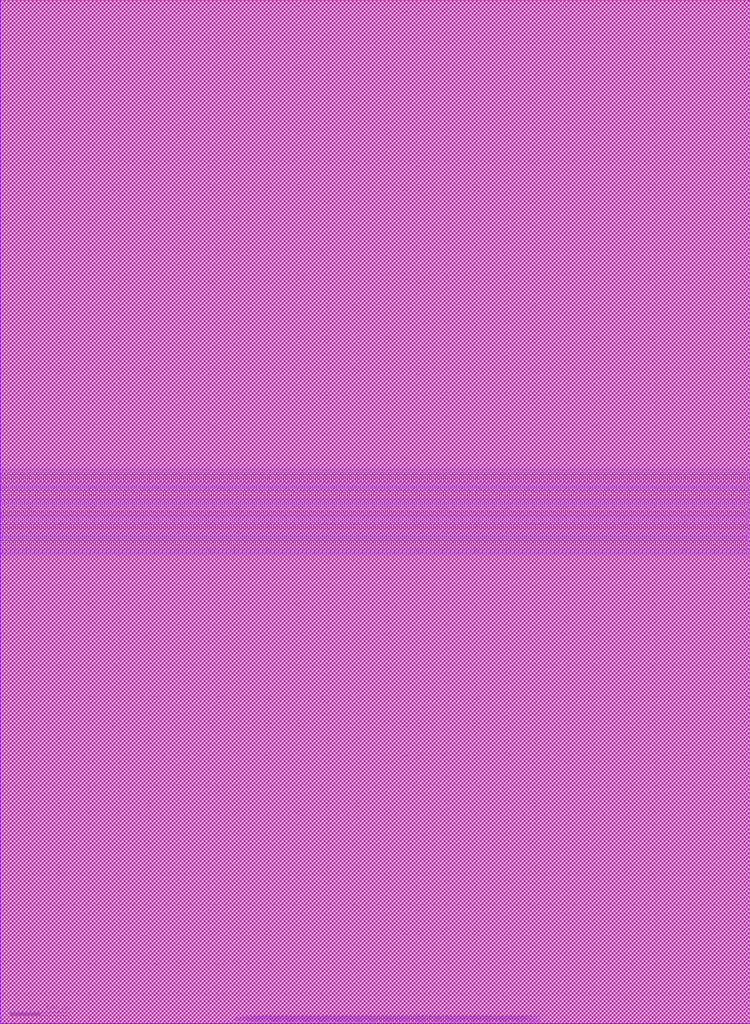
<source format=lef>
##
## LEF for PtnCells ;
## created by Innovus v15.23-s045_1 on Fri Mar 21 16:18:26 2025
##

VERSION 5.8 ;

BUSBITCHARS "[]" ;
DIVIDERCHAR "/" ;

MACRO core
  CLASS BLOCK ;
  SIZE 1260.0000 BY 1720.0000 ;
  FOREIGN core 0.0000 0.0000 ;
  ORIGIN 0 0 ;
  SYMMETRY X Y R90 ;
  PIN clk
    DIRECTION INPUT ;
    USE SIGNAL ;
    PORT
      LAYER M2 ;
        RECT 407.8500 1719.4800 407.9500 1720.0000 ;
    END
  END clk
  PIN sum_in[23]
    DIRECTION INPUT ;
    USE SIGNAL ;
    PORT
      LAYER M3 ;
        RECT 1259.4800 859.7500 1260.0000 859.8500 ;
    END
  END sum_in[23]
  PIN sum_in[22]
    DIRECTION INPUT ;
    USE SIGNAL ;
    PORT
      LAYER M3 ;
        RECT 1259.4800 856.7500 1260.0000 856.8500 ;
    END
  END sum_in[22]
  PIN sum_in[21]
    DIRECTION INPUT ;
    USE SIGNAL ;
    PORT
      LAYER M3 ;
        RECT 1259.4800 853.7500 1260.0000 853.8500 ;
    END
  END sum_in[21]
  PIN sum_in[20]
    DIRECTION INPUT ;
    USE SIGNAL ;
    PORT
      LAYER M3 ;
        RECT 1259.4800 850.7500 1260.0000 850.8500 ;
    END
  END sum_in[20]
  PIN sum_in[19]
    DIRECTION INPUT ;
    USE SIGNAL ;
    PORT
      LAYER M3 ;
        RECT 1259.4800 847.7500 1260.0000 847.8500 ;
    END
  END sum_in[19]
  PIN sum_in[18]
    DIRECTION INPUT ;
    USE SIGNAL ;
    PORT
      LAYER M3 ;
        RECT 1259.4800 844.7500 1260.0000 844.8500 ;
    END
  END sum_in[18]
  PIN sum_in[17]
    DIRECTION INPUT ;
    USE SIGNAL ;
    PORT
      LAYER M3 ;
        RECT 1259.4800 841.7500 1260.0000 841.8500 ;
    END
  END sum_in[17]
  PIN sum_in[16]
    DIRECTION INPUT ;
    USE SIGNAL ;
    PORT
      LAYER M3 ;
        RECT 1259.4800 838.7500 1260.0000 838.8500 ;
    END
  END sum_in[16]
  PIN sum_in[15]
    DIRECTION INPUT ;
    USE SIGNAL ;
    PORT
      LAYER M3 ;
        RECT 1259.4800 835.7500 1260.0000 835.8500 ;
    END
  END sum_in[15]
  PIN sum_in[14]
    DIRECTION INPUT ;
    USE SIGNAL ;
    PORT
      LAYER M3 ;
        RECT 1259.4800 832.7500 1260.0000 832.8500 ;
    END
  END sum_in[14]
  PIN sum_in[13]
    DIRECTION INPUT ;
    USE SIGNAL ;
    PORT
      LAYER M3 ;
        RECT 1259.4800 829.7500 1260.0000 829.8500 ;
    END
  END sum_in[13]
  PIN sum_in[12]
    DIRECTION INPUT ;
    USE SIGNAL ;
    PORT
      LAYER M3 ;
        RECT 1259.4800 826.7500 1260.0000 826.8500 ;
    END
  END sum_in[12]
  PIN sum_in[11]
    DIRECTION INPUT ;
    USE SIGNAL ;
    PORT
      LAYER M3 ;
        RECT 1259.4800 823.7500 1260.0000 823.8500 ;
    END
  END sum_in[11]
  PIN sum_in[10]
    DIRECTION INPUT ;
    USE SIGNAL ;
    PORT
      LAYER M3 ;
        RECT 1259.4800 820.7500 1260.0000 820.8500 ;
    END
  END sum_in[10]
  PIN sum_in[9]
    DIRECTION INPUT ;
    USE SIGNAL ;
    PORT
      LAYER M3 ;
        RECT 1259.4800 817.7500 1260.0000 817.8500 ;
    END
  END sum_in[9]
  PIN sum_in[8]
    DIRECTION INPUT ;
    USE SIGNAL ;
    PORT
      LAYER M3 ;
        RECT 1259.4800 814.7500 1260.0000 814.8500 ;
    END
  END sum_in[8]
  PIN sum_in[7]
    DIRECTION INPUT ;
    USE SIGNAL ;
    PORT
      LAYER M3 ;
        RECT 1259.4800 811.7500 1260.0000 811.8500 ;
    END
  END sum_in[7]
  PIN sum_in[6]
    DIRECTION INPUT ;
    USE SIGNAL ;
    PORT
      LAYER M3 ;
        RECT 1259.4800 808.7500 1260.0000 808.8500 ;
    END
  END sum_in[6]
  PIN sum_in[5]
    DIRECTION INPUT ;
    USE SIGNAL ;
    PORT
      LAYER M3 ;
        RECT 1259.4800 805.7500 1260.0000 805.8500 ;
    END
  END sum_in[5]
  PIN sum_in[4]
    DIRECTION INPUT ;
    USE SIGNAL ;
    PORT
      LAYER M3 ;
        RECT 1259.4800 802.7500 1260.0000 802.8500 ;
    END
  END sum_in[4]
  PIN sum_in[3]
    DIRECTION INPUT ;
    USE SIGNAL ;
    PORT
      LAYER M3 ;
        RECT 1259.4800 799.7500 1260.0000 799.8500 ;
    END
  END sum_in[3]
  PIN sum_in[2]
    DIRECTION INPUT ;
    USE SIGNAL ;
    PORT
      LAYER M3 ;
        RECT 1259.4800 796.7500 1260.0000 796.8500 ;
    END
  END sum_in[2]
  PIN sum_in[1]
    DIRECTION INPUT ;
    USE SIGNAL ;
    PORT
      LAYER M3 ;
        RECT 1259.4800 793.7500 1260.0000 793.8500 ;
    END
  END sum_in[1]
  PIN sum_in[0]
    DIRECTION INPUT ;
    USE SIGNAL ;
    PORT
      LAYER M3 ;
        RECT 1259.4800 790.7500 1260.0000 790.8500 ;
    END
  END sum_in[0]
  PIN fifo_ext_rd
    DIRECTION INPUT ;
    USE SIGNAL ;
    PORT
      LAYER M3 ;
        RECT 1259.4800 787.7500 1260.0000 787.8500 ;
    END
  END fifo_ext_rd
  PIN sum_out[23]
    DIRECTION OUTPUT ;
    USE SIGNAL ;
    PORT
      LAYER M3 ;
        RECT 1259.4800 931.7500 1260.0000 931.8500 ;
    END
  END sum_out[23]
  PIN sum_out[22]
    DIRECTION OUTPUT ;
    USE SIGNAL ;
    PORT
      LAYER M3 ;
        RECT 1259.4800 928.7500 1260.0000 928.8500 ;
    END
  END sum_out[22]
  PIN sum_out[21]
    DIRECTION OUTPUT ;
    USE SIGNAL ;
    PORT
      LAYER M3 ;
        RECT 1259.4800 925.7500 1260.0000 925.8500 ;
    END
  END sum_out[21]
  PIN sum_out[20]
    DIRECTION OUTPUT ;
    USE SIGNAL ;
    PORT
      LAYER M3 ;
        RECT 1259.4800 922.7500 1260.0000 922.8500 ;
    END
  END sum_out[20]
  PIN sum_out[19]
    DIRECTION OUTPUT ;
    USE SIGNAL ;
    PORT
      LAYER M3 ;
        RECT 1259.4800 919.7500 1260.0000 919.8500 ;
    END
  END sum_out[19]
  PIN sum_out[18]
    DIRECTION OUTPUT ;
    USE SIGNAL ;
    PORT
      LAYER M3 ;
        RECT 1259.4800 916.7500 1260.0000 916.8500 ;
    END
  END sum_out[18]
  PIN sum_out[17]
    DIRECTION OUTPUT ;
    USE SIGNAL ;
    PORT
      LAYER M3 ;
        RECT 1259.4800 913.7500 1260.0000 913.8500 ;
    END
  END sum_out[17]
  PIN sum_out[16]
    DIRECTION OUTPUT ;
    USE SIGNAL ;
    PORT
      LAYER M3 ;
        RECT 1259.4800 910.7500 1260.0000 910.8500 ;
    END
  END sum_out[16]
  PIN sum_out[15]
    DIRECTION OUTPUT ;
    USE SIGNAL ;
    PORT
      LAYER M3 ;
        RECT 1259.4800 907.7500 1260.0000 907.8500 ;
    END
  END sum_out[15]
  PIN sum_out[14]
    DIRECTION OUTPUT ;
    USE SIGNAL ;
    PORT
      LAYER M3 ;
        RECT 1259.4800 904.7500 1260.0000 904.8500 ;
    END
  END sum_out[14]
  PIN sum_out[13]
    DIRECTION OUTPUT ;
    USE SIGNAL ;
    PORT
      LAYER M3 ;
        RECT 1259.4800 901.7500 1260.0000 901.8500 ;
    END
  END sum_out[13]
  PIN sum_out[12]
    DIRECTION OUTPUT ;
    USE SIGNAL ;
    PORT
      LAYER M3 ;
        RECT 1259.4800 898.7500 1260.0000 898.8500 ;
    END
  END sum_out[12]
  PIN sum_out[11]
    DIRECTION OUTPUT ;
    USE SIGNAL ;
    PORT
      LAYER M3 ;
        RECT 1259.4800 895.7500 1260.0000 895.8500 ;
    END
  END sum_out[11]
  PIN sum_out[10]
    DIRECTION OUTPUT ;
    USE SIGNAL ;
    PORT
      LAYER M3 ;
        RECT 1259.4800 892.7500 1260.0000 892.8500 ;
    END
  END sum_out[10]
  PIN sum_out[9]
    DIRECTION OUTPUT ;
    USE SIGNAL ;
    PORT
      LAYER M3 ;
        RECT 1259.4800 889.7500 1260.0000 889.8500 ;
    END
  END sum_out[9]
  PIN sum_out[8]
    DIRECTION OUTPUT ;
    USE SIGNAL ;
    PORT
      LAYER M3 ;
        RECT 1259.4800 886.7500 1260.0000 886.8500 ;
    END
  END sum_out[8]
  PIN sum_out[7]
    DIRECTION OUTPUT ;
    USE SIGNAL ;
    PORT
      LAYER M3 ;
        RECT 1259.4800 883.7500 1260.0000 883.8500 ;
    END
  END sum_out[7]
  PIN sum_out[6]
    DIRECTION OUTPUT ;
    USE SIGNAL ;
    PORT
      LAYER M3 ;
        RECT 1259.4800 880.7500 1260.0000 880.8500 ;
    END
  END sum_out[6]
  PIN sum_out[5]
    DIRECTION OUTPUT ;
    USE SIGNAL ;
    PORT
      LAYER M3 ;
        RECT 1259.4800 877.7500 1260.0000 877.8500 ;
    END
  END sum_out[5]
  PIN sum_out[4]
    DIRECTION OUTPUT ;
    USE SIGNAL ;
    PORT
      LAYER M3 ;
        RECT 1259.4800 874.7500 1260.0000 874.8500 ;
    END
  END sum_out[4]
  PIN sum_out[3]
    DIRECTION OUTPUT ;
    USE SIGNAL ;
    PORT
      LAYER M3 ;
        RECT 1259.4800 871.7500 1260.0000 871.8500 ;
    END
  END sum_out[3]
  PIN sum_out[2]
    DIRECTION OUTPUT ;
    USE SIGNAL ;
    PORT
      LAYER M3 ;
        RECT 1259.4800 868.7500 1260.0000 868.8500 ;
    END
  END sum_out[2]
  PIN sum_out[1]
    DIRECTION OUTPUT ;
    USE SIGNAL ;
    PORT
      LAYER M3 ;
        RECT 1259.4800 865.7500 1260.0000 865.8500 ;
    END
  END sum_out[1]
  PIN sum_out[0]
    DIRECTION OUTPUT ;
    USE SIGNAL ;
    PORT
      LAYER M3 ;
        RECT 1259.4800 862.7500 1260.0000 862.8500 ;
    END
  END sum_out[0]
  PIN mem_in[127]
    DIRECTION INPUT ;
    USE SIGNAL ;
    PORT
      LAYER M2 ;
        RECT 851.8500 1719.4800 851.9500 1720.0000 ;
    END
  END mem_in[127]
  PIN mem_in[126]
    DIRECTION INPUT ;
    USE SIGNAL ;
    PORT
      LAYER M2 ;
        RECT 848.8500 1719.4800 848.9500 1720.0000 ;
    END
  END mem_in[126]
  PIN mem_in[125]
    DIRECTION INPUT ;
    USE SIGNAL ;
    PORT
      LAYER M2 ;
        RECT 845.8500 1719.4800 845.9500 1720.0000 ;
    END
  END mem_in[125]
  PIN mem_in[124]
    DIRECTION INPUT ;
    USE SIGNAL ;
    PORT
      LAYER M2 ;
        RECT 842.8500 1719.4800 842.9500 1720.0000 ;
    END
  END mem_in[124]
  PIN mem_in[123]
    DIRECTION INPUT ;
    USE SIGNAL ;
    PORT
      LAYER M2 ;
        RECT 839.8500 1719.4800 839.9500 1720.0000 ;
    END
  END mem_in[123]
  PIN mem_in[122]
    DIRECTION INPUT ;
    USE SIGNAL ;
    PORT
      LAYER M2 ;
        RECT 836.8500 1719.4800 836.9500 1720.0000 ;
    END
  END mem_in[122]
  PIN mem_in[121]
    DIRECTION INPUT ;
    USE SIGNAL ;
    PORT
      LAYER M2 ;
        RECT 833.8500 1719.4800 833.9500 1720.0000 ;
    END
  END mem_in[121]
  PIN mem_in[120]
    DIRECTION INPUT ;
    USE SIGNAL ;
    PORT
      LAYER M2 ;
        RECT 830.8500 1719.4800 830.9500 1720.0000 ;
    END
  END mem_in[120]
  PIN mem_in[119]
    DIRECTION INPUT ;
    USE SIGNAL ;
    PORT
      LAYER M2 ;
        RECT 827.8500 1719.4800 827.9500 1720.0000 ;
    END
  END mem_in[119]
  PIN mem_in[118]
    DIRECTION INPUT ;
    USE SIGNAL ;
    PORT
      LAYER M2 ;
        RECT 824.8500 1719.4800 824.9500 1720.0000 ;
    END
  END mem_in[118]
  PIN mem_in[117]
    DIRECTION INPUT ;
    USE SIGNAL ;
    PORT
      LAYER M2 ;
        RECT 821.8500 1719.4800 821.9500 1720.0000 ;
    END
  END mem_in[117]
  PIN mem_in[116]
    DIRECTION INPUT ;
    USE SIGNAL ;
    PORT
      LAYER M2 ;
        RECT 818.8500 1719.4800 818.9500 1720.0000 ;
    END
  END mem_in[116]
  PIN mem_in[115]
    DIRECTION INPUT ;
    USE SIGNAL ;
    PORT
      LAYER M2 ;
        RECT 815.8500 1719.4800 815.9500 1720.0000 ;
    END
  END mem_in[115]
  PIN mem_in[114]
    DIRECTION INPUT ;
    USE SIGNAL ;
    PORT
      LAYER M2 ;
        RECT 812.8500 1719.4800 812.9500 1720.0000 ;
    END
  END mem_in[114]
  PIN mem_in[113]
    DIRECTION INPUT ;
    USE SIGNAL ;
    PORT
      LAYER M2 ;
        RECT 809.8500 1719.4800 809.9500 1720.0000 ;
    END
  END mem_in[113]
  PIN mem_in[112]
    DIRECTION INPUT ;
    USE SIGNAL ;
    PORT
      LAYER M2 ;
        RECT 806.8500 1719.4800 806.9500 1720.0000 ;
    END
  END mem_in[112]
  PIN mem_in[111]
    DIRECTION INPUT ;
    USE SIGNAL ;
    PORT
      LAYER M2 ;
        RECT 803.8500 1719.4800 803.9500 1720.0000 ;
    END
  END mem_in[111]
  PIN mem_in[110]
    DIRECTION INPUT ;
    USE SIGNAL ;
    PORT
      LAYER M2 ;
        RECT 800.8500 1719.4800 800.9500 1720.0000 ;
    END
  END mem_in[110]
  PIN mem_in[109]
    DIRECTION INPUT ;
    USE SIGNAL ;
    PORT
      LAYER M2 ;
        RECT 797.8500 1719.4800 797.9500 1720.0000 ;
    END
  END mem_in[109]
  PIN mem_in[108]
    DIRECTION INPUT ;
    USE SIGNAL ;
    PORT
      LAYER M2 ;
        RECT 794.8500 1719.4800 794.9500 1720.0000 ;
    END
  END mem_in[108]
  PIN mem_in[107]
    DIRECTION INPUT ;
    USE SIGNAL ;
    PORT
      LAYER M2 ;
        RECT 791.8500 1719.4800 791.9500 1720.0000 ;
    END
  END mem_in[107]
  PIN mem_in[106]
    DIRECTION INPUT ;
    USE SIGNAL ;
    PORT
      LAYER M2 ;
        RECT 788.8500 1719.4800 788.9500 1720.0000 ;
    END
  END mem_in[106]
  PIN mem_in[105]
    DIRECTION INPUT ;
    USE SIGNAL ;
    PORT
      LAYER M2 ;
        RECT 785.8500 1719.4800 785.9500 1720.0000 ;
    END
  END mem_in[105]
  PIN mem_in[104]
    DIRECTION INPUT ;
    USE SIGNAL ;
    PORT
      LAYER M2 ;
        RECT 782.8500 1719.4800 782.9500 1720.0000 ;
    END
  END mem_in[104]
  PIN mem_in[103]
    DIRECTION INPUT ;
    USE SIGNAL ;
    PORT
      LAYER M2 ;
        RECT 779.8500 1719.4800 779.9500 1720.0000 ;
    END
  END mem_in[103]
  PIN mem_in[102]
    DIRECTION INPUT ;
    USE SIGNAL ;
    PORT
      LAYER M2 ;
        RECT 776.8500 1719.4800 776.9500 1720.0000 ;
    END
  END mem_in[102]
  PIN mem_in[101]
    DIRECTION INPUT ;
    USE SIGNAL ;
    PORT
      LAYER M2 ;
        RECT 773.8500 1719.4800 773.9500 1720.0000 ;
    END
  END mem_in[101]
  PIN mem_in[100]
    DIRECTION INPUT ;
    USE SIGNAL ;
    PORT
      LAYER M2 ;
        RECT 770.8500 1719.4800 770.9500 1720.0000 ;
    END
  END mem_in[100]
  PIN mem_in[99]
    DIRECTION INPUT ;
    USE SIGNAL ;
    PORT
      LAYER M2 ;
        RECT 767.8500 1719.4800 767.9500 1720.0000 ;
    END
  END mem_in[99]
  PIN mem_in[98]
    DIRECTION INPUT ;
    USE SIGNAL ;
    PORT
      LAYER M2 ;
        RECT 764.8500 1719.4800 764.9500 1720.0000 ;
    END
  END mem_in[98]
  PIN mem_in[97]
    DIRECTION INPUT ;
    USE SIGNAL ;
    PORT
      LAYER M2 ;
        RECT 761.8500 1719.4800 761.9500 1720.0000 ;
    END
  END mem_in[97]
  PIN mem_in[96]
    DIRECTION INPUT ;
    USE SIGNAL ;
    PORT
      LAYER M2 ;
        RECT 758.8500 1719.4800 758.9500 1720.0000 ;
    END
  END mem_in[96]
  PIN mem_in[95]
    DIRECTION INPUT ;
    USE SIGNAL ;
    PORT
      LAYER M2 ;
        RECT 755.8500 1719.4800 755.9500 1720.0000 ;
    END
  END mem_in[95]
  PIN mem_in[94]
    DIRECTION INPUT ;
    USE SIGNAL ;
    PORT
      LAYER M2 ;
        RECT 752.8500 1719.4800 752.9500 1720.0000 ;
    END
  END mem_in[94]
  PIN mem_in[93]
    DIRECTION INPUT ;
    USE SIGNAL ;
    PORT
      LAYER M2 ;
        RECT 749.8500 1719.4800 749.9500 1720.0000 ;
    END
  END mem_in[93]
  PIN mem_in[92]
    DIRECTION INPUT ;
    USE SIGNAL ;
    PORT
      LAYER M2 ;
        RECT 746.8500 1719.4800 746.9500 1720.0000 ;
    END
  END mem_in[92]
  PIN mem_in[91]
    DIRECTION INPUT ;
    USE SIGNAL ;
    PORT
      LAYER M2 ;
        RECT 743.8500 1719.4800 743.9500 1720.0000 ;
    END
  END mem_in[91]
  PIN mem_in[90]
    DIRECTION INPUT ;
    USE SIGNAL ;
    PORT
      LAYER M2 ;
        RECT 740.8500 1719.4800 740.9500 1720.0000 ;
    END
  END mem_in[90]
  PIN mem_in[89]
    DIRECTION INPUT ;
    USE SIGNAL ;
    PORT
      LAYER M2 ;
        RECT 737.8500 1719.4800 737.9500 1720.0000 ;
    END
  END mem_in[89]
  PIN mem_in[88]
    DIRECTION INPUT ;
    USE SIGNAL ;
    PORT
      LAYER M2 ;
        RECT 734.8500 1719.4800 734.9500 1720.0000 ;
    END
  END mem_in[88]
  PIN mem_in[87]
    DIRECTION INPUT ;
    USE SIGNAL ;
    PORT
      LAYER M2 ;
        RECT 731.8500 1719.4800 731.9500 1720.0000 ;
    END
  END mem_in[87]
  PIN mem_in[86]
    DIRECTION INPUT ;
    USE SIGNAL ;
    PORT
      LAYER M2 ;
        RECT 728.8500 1719.4800 728.9500 1720.0000 ;
    END
  END mem_in[86]
  PIN mem_in[85]
    DIRECTION INPUT ;
    USE SIGNAL ;
    PORT
      LAYER M2 ;
        RECT 725.8500 1719.4800 725.9500 1720.0000 ;
    END
  END mem_in[85]
  PIN mem_in[84]
    DIRECTION INPUT ;
    USE SIGNAL ;
    PORT
      LAYER M2 ;
        RECT 722.8500 1719.4800 722.9500 1720.0000 ;
    END
  END mem_in[84]
  PIN mem_in[83]
    DIRECTION INPUT ;
    USE SIGNAL ;
    PORT
      LAYER M2 ;
        RECT 719.8500 1719.4800 719.9500 1720.0000 ;
    END
  END mem_in[83]
  PIN mem_in[82]
    DIRECTION INPUT ;
    USE SIGNAL ;
    PORT
      LAYER M2 ;
        RECT 716.8500 1719.4800 716.9500 1720.0000 ;
    END
  END mem_in[82]
  PIN mem_in[81]
    DIRECTION INPUT ;
    USE SIGNAL ;
    PORT
      LAYER M2 ;
        RECT 713.8500 1719.4800 713.9500 1720.0000 ;
    END
  END mem_in[81]
  PIN mem_in[80]
    DIRECTION INPUT ;
    USE SIGNAL ;
    PORT
      LAYER M2 ;
        RECT 710.8500 1719.4800 710.9500 1720.0000 ;
    END
  END mem_in[80]
  PIN mem_in[79]
    DIRECTION INPUT ;
    USE SIGNAL ;
    PORT
      LAYER M2 ;
        RECT 707.8500 1719.4800 707.9500 1720.0000 ;
    END
  END mem_in[79]
  PIN mem_in[78]
    DIRECTION INPUT ;
    USE SIGNAL ;
    PORT
      LAYER M2 ;
        RECT 704.8500 1719.4800 704.9500 1720.0000 ;
    END
  END mem_in[78]
  PIN mem_in[77]
    DIRECTION INPUT ;
    USE SIGNAL ;
    PORT
      LAYER M2 ;
        RECT 701.8500 1719.4800 701.9500 1720.0000 ;
    END
  END mem_in[77]
  PIN mem_in[76]
    DIRECTION INPUT ;
    USE SIGNAL ;
    PORT
      LAYER M2 ;
        RECT 698.8500 1719.4800 698.9500 1720.0000 ;
    END
  END mem_in[76]
  PIN mem_in[75]
    DIRECTION INPUT ;
    USE SIGNAL ;
    PORT
      LAYER M2 ;
        RECT 695.8500 1719.4800 695.9500 1720.0000 ;
    END
  END mem_in[75]
  PIN mem_in[74]
    DIRECTION INPUT ;
    USE SIGNAL ;
    PORT
      LAYER M2 ;
        RECT 692.8500 1719.4800 692.9500 1720.0000 ;
    END
  END mem_in[74]
  PIN mem_in[73]
    DIRECTION INPUT ;
    USE SIGNAL ;
    PORT
      LAYER M2 ;
        RECT 689.8500 1719.4800 689.9500 1720.0000 ;
    END
  END mem_in[73]
  PIN mem_in[72]
    DIRECTION INPUT ;
    USE SIGNAL ;
    PORT
      LAYER M2 ;
        RECT 686.8500 1719.4800 686.9500 1720.0000 ;
    END
  END mem_in[72]
  PIN mem_in[71]
    DIRECTION INPUT ;
    USE SIGNAL ;
    PORT
      LAYER M2 ;
        RECT 683.8500 1719.4800 683.9500 1720.0000 ;
    END
  END mem_in[71]
  PIN mem_in[70]
    DIRECTION INPUT ;
    USE SIGNAL ;
    PORT
      LAYER M2 ;
        RECT 680.8500 1719.4800 680.9500 1720.0000 ;
    END
  END mem_in[70]
  PIN mem_in[69]
    DIRECTION INPUT ;
    USE SIGNAL ;
    PORT
      LAYER M2 ;
        RECT 677.8500 1719.4800 677.9500 1720.0000 ;
    END
  END mem_in[69]
  PIN mem_in[68]
    DIRECTION INPUT ;
    USE SIGNAL ;
    PORT
      LAYER M2 ;
        RECT 674.8500 1719.4800 674.9500 1720.0000 ;
    END
  END mem_in[68]
  PIN mem_in[67]
    DIRECTION INPUT ;
    USE SIGNAL ;
    PORT
      LAYER M2 ;
        RECT 671.8500 1719.4800 671.9500 1720.0000 ;
    END
  END mem_in[67]
  PIN mem_in[66]
    DIRECTION INPUT ;
    USE SIGNAL ;
    PORT
      LAYER M2 ;
        RECT 668.8500 1719.4800 668.9500 1720.0000 ;
    END
  END mem_in[66]
  PIN mem_in[65]
    DIRECTION INPUT ;
    USE SIGNAL ;
    PORT
      LAYER M2 ;
        RECT 665.8500 1719.4800 665.9500 1720.0000 ;
    END
  END mem_in[65]
  PIN mem_in[64]
    DIRECTION INPUT ;
    USE SIGNAL ;
    PORT
      LAYER M2 ;
        RECT 662.8500 1719.4800 662.9500 1720.0000 ;
    END
  END mem_in[64]
  PIN mem_in[63]
    DIRECTION INPUT ;
    USE SIGNAL ;
    PORT
      LAYER M2 ;
        RECT 659.8500 1719.4800 659.9500 1720.0000 ;
    END
  END mem_in[63]
  PIN mem_in[62]
    DIRECTION INPUT ;
    USE SIGNAL ;
    PORT
      LAYER M2 ;
        RECT 656.8500 1719.4800 656.9500 1720.0000 ;
    END
  END mem_in[62]
  PIN mem_in[61]
    DIRECTION INPUT ;
    USE SIGNAL ;
    PORT
      LAYER M2 ;
        RECT 653.8500 1719.4800 653.9500 1720.0000 ;
    END
  END mem_in[61]
  PIN mem_in[60]
    DIRECTION INPUT ;
    USE SIGNAL ;
    PORT
      LAYER M2 ;
        RECT 650.8500 1719.4800 650.9500 1720.0000 ;
    END
  END mem_in[60]
  PIN mem_in[59]
    DIRECTION INPUT ;
    USE SIGNAL ;
    PORT
      LAYER M2 ;
        RECT 647.8500 1719.4800 647.9500 1720.0000 ;
    END
  END mem_in[59]
  PIN mem_in[58]
    DIRECTION INPUT ;
    USE SIGNAL ;
    PORT
      LAYER M2 ;
        RECT 644.8500 1719.4800 644.9500 1720.0000 ;
    END
  END mem_in[58]
  PIN mem_in[57]
    DIRECTION INPUT ;
    USE SIGNAL ;
    PORT
      LAYER M2 ;
        RECT 641.8500 1719.4800 641.9500 1720.0000 ;
    END
  END mem_in[57]
  PIN mem_in[56]
    DIRECTION INPUT ;
    USE SIGNAL ;
    PORT
      LAYER M2 ;
        RECT 638.8500 1719.4800 638.9500 1720.0000 ;
    END
  END mem_in[56]
  PIN mem_in[55]
    DIRECTION INPUT ;
    USE SIGNAL ;
    PORT
      LAYER M2 ;
        RECT 635.8500 1719.4800 635.9500 1720.0000 ;
    END
  END mem_in[55]
  PIN mem_in[54]
    DIRECTION INPUT ;
    USE SIGNAL ;
    PORT
      LAYER M2 ;
        RECT 632.8500 1719.4800 632.9500 1720.0000 ;
    END
  END mem_in[54]
  PIN mem_in[53]
    DIRECTION INPUT ;
    USE SIGNAL ;
    PORT
      LAYER M2 ;
        RECT 629.8500 1719.4800 629.9500 1720.0000 ;
    END
  END mem_in[53]
  PIN mem_in[52]
    DIRECTION INPUT ;
    USE SIGNAL ;
    PORT
      LAYER M2 ;
        RECT 626.8500 1719.4800 626.9500 1720.0000 ;
    END
  END mem_in[52]
  PIN mem_in[51]
    DIRECTION INPUT ;
    USE SIGNAL ;
    PORT
      LAYER M2 ;
        RECT 623.8500 1719.4800 623.9500 1720.0000 ;
    END
  END mem_in[51]
  PIN mem_in[50]
    DIRECTION INPUT ;
    USE SIGNAL ;
    PORT
      LAYER M2 ;
        RECT 620.8500 1719.4800 620.9500 1720.0000 ;
    END
  END mem_in[50]
  PIN mem_in[49]
    DIRECTION INPUT ;
    USE SIGNAL ;
    PORT
      LAYER M2 ;
        RECT 617.8500 1719.4800 617.9500 1720.0000 ;
    END
  END mem_in[49]
  PIN mem_in[48]
    DIRECTION INPUT ;
    USE SIGNAL ;
    PORT
      LAYER M2 ;
        RECT 614.8500 1719.4800 614.9500 1720.0000 ;
    END
  END mem_in[48]
  PIN mem_in[47]
    DIRECTION INPUT ;
    USE SIGNAL ;
    PORT
      LAYER M2 ;
        RECT 611.8500 1719.4800 611.9500 1720.0000 ;
    END
  END mem_in[47]
  PIN mem_in[46]
    DIRECTION INPUT ;
    USE SIGNAL ;
    PORT
      LAYER M2 ;
        RECT 608.8500 1719.4800 608.9500 1720.0000 ;
    END
  END mem_in[46]
  PIN mem_in[45]
    DIRECTION INPUT ;
    USE SIGNAL ;
    PORT
      LAYER M2 ;
        RECT 605.8500 1719.4800 605.9500 1720.0000 ;
    END
  END mem_in[45]
  PIN mem_in[44]
    DIRECTION INPUT ;
    USE SIGNAL ;
    PORT
      LAYER M2 ;
        RECT 602.8500 1719.4800 602.9500 1720.0000 ;
    END
  END mem_in[44]
  PIN mem_in[43]
    DIRECTION INPUT ;
    USE SIGNAL ;
    PORT
      LAYER M2 ;
        RECT 599.8500 1719.4800 599.9500 1720.0000 ;
    END
  END mem_in[43]
  PIN mem_in[42]
    DIRECTION INPUT ;
    USE SIGNAL ;
    PORT
      LAYER M2 ;
        RECT 596.8500 1719.4800 596.9500 1720.0000 ;
    END
  END mem_in[42]
  PIN mem_in[41]
    DIRECTION INPUT ;
    USE SIGNAL ;
    PORT
      LAYER M2 ;
        RECT 593.8500 1719.4800 593.9500 1720.0000 ;
    END
  END mem_in[41]
  PIN mem_in[40]
    DIRECTION INPUT ;
    USE SIGNAL ;
    PORT
      LAYER M2 ;
        RECT 590.8500 1719.4800 590.9500 1720.0000 ;
    END
  END mem_in[40]
  PIN mem_in[39]
    DIRECTION INPUT ;
    USE SIGNAL ;
    PORT
      LAYER M2 ;
        RECT 587.8500 1719.4800 587.9500 1720.0000 ;
    END
  END mem_in[39]
  PIN mem_in[38]
    DIRECTION INPUT ;
    USE SIGNAL ;
    PORT
      LAYER M2 ;
        RECT 584.8500 1719.4800 584.9500 1720.0000 ;
    END
  END mem_in[38]
  PIN mem_in[37]
    DIRECTION INPUT ;
    USE SIGNAL ;
    PORT
      LAYER M2 ;
        RECT 581.8500 1719.4800 581.9500 1720.0000 ;
    END
  END mem_in[37]
  PIN mem_in[36]
    DIRECTION INPUT ;
    USE SIGNAL ;
    PORT
      LAYER M2 ;
        RECT 578.8500 1719.4800 578.9500 1720.0000 ;
    END
  END mem_in[36]
  PIN mem_in[35]
    DIRECTION INPUT ;
    USE SIGNAL ;
    PORT
      LAYER M2 ;
        RECT 575.8500 1719.4800 575.9500 1720.0000 ;
    END
  END mem_in[35]
  PIN mem_in[34]
    DIRECTION INPUT ;
    USE SIGNAL ;
    PORT
      LAYER M2 ;
        RECT 572.8500 1719.4800 572.9500 1720.0000 ;
    END
  END mem_in[34]
  PIN mem_in[33]
    DIRECTION INPUT ;
    USE SIGNAL ;
    PORT
      LAYER M2 ;
        RECT 569.8500 1719.4800 569.9500 1720.0000 ;
    END
  END mem_in[33]
  PIN mem_in[32]
    DIRECTION INPUT ;
    USE SIGNAL ;
    PORT
      LAYER M2 ;
        RECT 566.8500 1719.4800 566.9500 1720.0000 ;
    END
  END mem_in[32]
  PIN mem_in[31]
    DIRECTION INPUT ;
    USE SIGNAL ;
    PORT
      LAYER M2 ;
        RECT 563.8500 1719.4800 563.9500 1720.0000 ;
    END
  END mem_in[31]
  PIN mem_in[30]
    DIRECTION INPUT ;
    USE SIGNAL ;
    PORT
      LAYER M2 ;
        RECT 560.8500 1719.4800 560.9500 1720.0000 ;
    END
  END mem_in[30]
  PIN mem_in[29]
    DIRECTION INPUT ;
    USE SIGNAL ;
    PORT
      LAYER M2 ;
        RECT 557.8500 1719.4800 557.9500 1720.0000 ;
    END
  END mem_in[29]
  PIN mem_in[28]
    DIRECTION INPUT ;
    USE SIGNAL ;
    PORT
      LAYER M2 ;
        RECT 554.8500 1719.4800 554.9500 1720.0000 ;
    END
  END mem_in[28]
  PIN mem_in[27]
    DIRECTION INPUT ;
    USE SIGNAL ;
    PORT
      LAYER M2 ;
        RECT 551.8500 1719.4800 551.9500 1720.0000 ;
    END
  END mem_in[27]
  PIN mem_in[26]
    DIRECTION INPUT ;
    USE SIGNAL ;
    PORT
      LAYER M2 ;
        RECT 548.8500 1719.4800 548.9500 1720.0000 ;
    END
  END mem_in[26]
  PIN mem_in[25]
    DIRECTION INPUT ;
    USE SIGNAL ;
    PORT
      LAYER M2 ;
        RECT 545.8500 1719.4800 545.9500 1720.0000 ;
    END
  END mem_in[25]
  PIN mem_in[24]
    DIRECTION INPUT ;
    USE SIGNAL ;
    PORT
      LAYER M2 ;
        RECT 542.8500 1719.4800 542.9500 1720.0000 ;
    END
  END mem_in[24]
  PIN mem_in[23]
    DIRECTION INPUT ;
    USE SIGNAL ;
    PORT
      LAYER M2 ;
        RECT 539.8500 1719.4800 539.9500 1720.0000 ;
    END
  END mem_in[23]
  PIN mem_in[22]
    DIRECTION INPUT ;
    USE SIGNAL ;
    PORT
      LAYER M2 ;
        RECT 536.8500 1719.4800 536.9500 1720.0000 ;
    END
  END mem_in[22]
  PIN mem_in[21]
    DIRECTION INPUT ;
    USE SIGNAL ;
    PORT
      LAYER M2 ;
        RECT 533.8500 1719.4800 533.9500 1720.0000 ;
    END
  END mem_in[21]
  PIN mem_in[20]
    DIRECTION INPUT ;
    USE SIGNAL ;
    PORT
      LAYER M2 ;
        RECT 530.8500 1719.4800 530.9500 1720.0000 ;
    END
  END mem_in[20]
  PIN mem_in[19]
    DIRECTION INPUT ;
    USE SIGNAL ;
    PORT
      LAYER M2 ;
        RECT 527.8500 1719.4800 527.9500 1720.0000 ;
    END
  END mem_in[19]
  PIN mem_in[18]
    DIRECTION INPUT ;
    USE SIGNAL ;
    PORT
      LAYER M2 ;
        RECT 524.8500 1719.4800 524.9500 1720.0000 ;
    END
  END mem_in[18]
  PIN mem_in[17]
    DIRECTION INPUT ;
    USE SIGNAL ;
    PORT
      LAYER M2 ;
        RECT 521.8500 1719.4800 521.9500 1720.0000 ;
    END
  END mem_in[17]
  PIN mem_in[16]
    DIRECTION INPUT ;
    USE SIGNAL ;
    PORT
      LAYER M2 ;
        RECT 518.8500 1719.4800 518.9500 1720.0000 ;
    END
  END mem_in[16]
  PIN mem_in[15]
    DIRECTION INPUT ;
    USE SIGNAL ;
    PORT
      LAYER M2 ;
        RECT 515.8500 1719.4800 515.9500 1720.0000 ;
    END
  END mem_in[15]
  PIN mem_in[14]
    DIRECTION INPUT ;
    USE SIGNAL ;
    PORT
      LAYER M2 ;
        RECT 512.8500 1719.4800 512.9500 1720.0000 ;
    END
  END mem_in[14]
  PIN mem_in[13]
    DIRECTION INPUT ;
    USE SIGNAL ;
    PORT
      LAYER M2 ;
        RECT 509.8500 1719.4800 509.9500 1720.0000 ;
    END
  END mem_in[13]
  PIN mem_in[12]
    DIRECTION INPUT ;
    USE SIGNAL ;
    PORT
      LAYER M2 ;
        RECT 506.8500 1719.4800 506.9500 1720.0000 ;
    END
  END mem_in[12]
  PIN mem_in[11]
    DIRECTION INPUT ;
    USE SIGNAL ;
    PORT
      LAYER M2 ;
        RECT 503.8500 1719.4800 503.9500 1720.0000 ;
    END
  END mem_in[11]
  PIN mem_in[10]
    DIRECTION INPUT ;
    USE SIGNAL ;
    PORT
      LAYER M2 ;
        RECT 500.8500 1719.4800 500.9500 1720.0000 ;
    END
  END mem_in[10]
  PIN mem_in[9]
    DIRECTION INPUT ;
    USE SIGNAL ;
    PORT
      LAYER M2 ;
        RECT 497.8500 1719.4800 497.9500 1720.0000 ;
    END
  END mem_in[9]
  PIN mem_in[8]
    DIRECTION INPUT ;
    USE SIGNAL ;
    PORT
      LAYER M2 ;
        RECT 494.8500 1719.4800 494.9500 1720.0000 ;
    END
  END mem_in[8]
  PIN mem_in[7]
    DIRECTION INPUT ;
    USE SIGNAL ;
    PORT
      LAYER M2 ;
        RECT 491.8500 1719.4800 491.9500 1720.0000 ;
    END
  END mem_in[7]
  PIN mem_in[6]
    DIRECTION INPUT ;
    USE SIGNAL ;
    PORT
      LAYER M2 ;
        RECT 488.8500 1719.4800 488.9500 1720.0000 ;
    END
  END mem_in[6]
  PIN mem_in[5]
    DIRECTION INPUT ;
    USE SIGNAL ;
    PORT
      LAYER M2 ;
        RECT 485.8500 1719.4800 485.9500 1720.0000 ;
    END
  END mem_in[5]
  PIN mem_in[4]
    DIRECTION INPUT ;
    USE SIGNAL ;
    PORT
      LAYER M2 ;
        RECT 482.8500 1719.4800 482.9500 1720.0000 ;
    END
  END mem_in[4]
  PIN mem_in[3]
    DIRECTION INPUT ;
    USE SIGNAL ;
    PORT
      LAYER M2 ;
        RECT 479.8500 1719.4800 479.9500 1720.0000 ;
    END
  END mem_in[3]
  PIN mem_in[2]
    DIRECTION INPUT ;
    USE SIGNAL ;
    PORT
      LAYER M2 ;
        RECT 476.8500 1719.4800 476.9500 1720.0000 ;
    END
  END mem_in[2]
  PIN mem_in[1]
    DIRECTION INPUT ;
    USE SIGNAL ;
    PORT
      LAYER M2 ;
        RECT 473.8500 1719.4800 473.9500 1720.0000 ;
    END
  END mem_in[1]
  PIN mem_in[0]
    DIRECTION INPUT ;
    USE SIGNAL ;
    PORT
      LAYER M2 ;
        RECT 470.8500 1719.4800 470.9500 1720.0000 ;
    END
  END mem_in[0]
  PIN out[159]
    DIRECTION OUTPUT ;
    USE SIGNAL ;
    PORT
      LAYER M2 ;
        RECT 391.6500 0.0000 391.7500 0.5200 ;
    END
  END out[159]
  PIN out[158]
    DIRECTION OUTPUT ;
    USE SIGNAL ;
    PORT
      LAYER M2 ;
        RECT 394.6500 0.0000 394.7500 0.5200 ;
    END
  END out[158]
  PIN out[157]
    DIRECTION OUTPUT ;
    USE SIGNAL ;
    PORT
      LAYER M2 ;
        RECT 397.6500 0.0000 397.7500 0.5200 ;
    END
  END out[157]
  PIN out[156]
    DIRECTION OUTPUT ;
    USE SIGNAL ;
    PORT
      LAYER M2 ;
        RECT 400.6500 0.0000 400.7500 0.5200 ;
    END
  END out[156]
  PIN out[155]
    DIRECTION OUTPUT ;
    USE SIGNAL ;
    PORT
      LAYER M2 ;
        RECT 403.6500 0.0000 403.7500 0.5200 ;
    END
  END out[155]
  PIN out[154]
    DIRECTION OUTPUT ;
    USE SIGNAL ;
    PORT
      LAYER M2 ;
        RECT 406.6500 0.0000 406.7500 0.5200 ;
    END
  END out[154]
  PIN out[153]
    DIRECTION OUTPUT ;
    USE SIGNAL ;
    PORT
      LAYER M2 ;
        RECT 409.6500 0.0000 409.7500 0.5200 ;
    END
  END out[153]
  PIN out[152]
    DIRECTION OUTPUT ;
    USE SIGNAL ;
    PORT
      LAYER M2 ;
        RECT 412.6500 0.0000 412.7500 0.5200 ;
    END
  END out[152]
  PIN out[151]
    DIRECTION OUTPUT ;
    USE SIGNAL ;
    PORT
      LAYER M2 ;
        RECT 415.6500 0.0000 415.7500 0.5200 ;
    END
  END out[151]
  PIN out[150]
    DIRECTION OUTPUT ;
    USE SIGNAL ;
    PORT
      LAYER M2 ;
        RECT 418.6500 0.0000 418.7500 0.5200 ;
    END
  END out[150]
  PIN out[149]
    DIRECTION OUTPUT ;
    USE SIGNAL ;
    PORT
      LAYER M2 ;
        RECT 421.6500 0.0000 421.7500 0.5200 ;
    END
  END out[149]
  PIN out[148]
    DIRECTION OUTPUT ;
    USE SIGNAL ;
    PORT
      LAYER M2 ;
        RECT 424.6500 0.0000 424.7500 0.5200 ;
    END
  END out[148]
  PIN out[147]
    DIRECTION OUTPUT ;
    USE SIGNAL ;
    PORT
      LAYER M2 ;
        RECT 427.6500 0.0000 427.7500 0.5200 ;
    END
  END out[147]
  PIN out[146]
    DIRECTION OUTPUT ;
    USE SIGNAL ;
    PORT
      LAYER M2 ;
        RECT 430.6500 0.0000 430.7500 0.5200 ;
    END
  END out[146]
  PIN out[145]
    DIRECTION OUTPUT ;
    USE SIGNAL ;
    PORT
      LAYER M2 ;
        RECT 433.6500 0.0000 433.7500 0.5200 ;
    END
  END out[145]
  PIN out[144]
    DIRECTION OUTPUT ;
    USE SIGNAL ;
    PORT
      LAYER M2 ;
        RECT 436.6500 0.0000 436.7500 0.5200 ;
    END
  END out[144]
  PIN out[143]
    DIRECTION OUTPUT ;
    USE SIGNAL ;
    PORT
      LAYER M2 ;
        RECT 439.6500 0.0000 439.7500 0.5200 ;
    END
  END out[143]
  PIN out[142]
    DIRECTION OUTPUT ;
    USE SIGNAL ;
    PORT
      LAYER M2 ;
        RECT 442.6500 0.0000 442.7500 0.5200 ;
    END
  END out[142]
  PIN out[141]
    DIRECTION OUTPUT ;
    USE SIGNAL ;
    PORT
      LAYER M2 ;
        RECT 445.6500 0.0000 445.7500 0.5200 ;
    END
  END out[141]
  PIN out[140]
    DIRECTION OUTPUT ;
    USE SIGNAL ;
    PORT
      LAYER M2 ;
        RECT 448.6500 0.0000 448.7500 0.5200 ;
    END
  END out[140]
  PIN out[139]
    DIRECTION OUTPUT ;
    USE SIGNAL ;
    PORT
      LAYER M2 ;
        RECT 451.6500 0.0000 451.7500 0.5200 ;
    END
  END out[139]
  PIN out[138]
    DIRECTION OUTPUT ;
    USE SIGNAL ;
    PORT
      LAYER M2 ;
        RECT 454.6500 0.0000 454.7500 0.5200 ;
    END
  END out[138]
  PIN out[137]
    DIRECTION OUTPUT ;
    USE SIGNAL ;
    PORT
      LAYER M2 ;
        RECT 457.6500 0.0000 457.7500 0.5200 ;
    END
  END out[137]
  PIN out[136]
    DIRECTION OUTPUT ;
    USE SIGNAL ;
    PORT
      LAYER M2 ;
        RECT 460.6500 0.0000 460.7500 0.5200 ;
    END
  END out[136]
  PIN out[135]
    DIRECTION OUTPUT ;
    USE SIGNAL ;
    PORT
      LAYER M2 ;
        RECT 463.6500 0.0000 463.7500 0.5200 ;
    END
  END out[135]
  PIN out[134]
    DIRECTION OUTPUT ;
    USE SIGNAL ;
    PORT
      LAYER M2 ;
        RECT 466.6500 0.0000 466.7500 0.5200 ;
    END
  END out[134]
  PIN out[133]
    DIRECTION OUTPUT ;
    USE SIGNAL ;
    PORT
      LAYER M2 ;
        RECT 469.6500 0.0000 469.7500 0.5200 ;
    END
  END out[133]
  PIN out[132]
    DIRECTION OUTPUT ;
    USE SIGNAL ;
    PORT
      LAYER M2 ;
        RECT 472.6500 0.0000 472.7500 0.5200 ;
    END
  END out[132]
  PIN out[131]
    DIRECTION OUTPUT ;
    USE SIGNAL ;
    PORT
      LAYER M2 ;
        RECT 475.6500 0.0000 475.7500 0.5200 ;
    END
  END out[131]
  PIN out[130]
    DIRECTION OUTPUT ;
    USE SIGNAL ;
    PORT
      LAYER M2 ;
        RECT 478.6500 0.0000 478.7500 0.5200 ;
    END
  END out[130]
  PIN out[129]
    DIRECTION OUTPUT ;
    USE SIGNAL ;
    PORT
      LAYER M2 ;
        RECT 481.6500 0.0000 481.7500 0.5200 ;
    END
  END out[129]
  PIN out[128]
    DIRECTION OUTPUT ;
    USE SIGNAL ;
    PORT
      LAYER M2 ;
        RECT 484.6500 0.0000 484.7500 0.5200 ;
    END
  END out[128]
  PIN out[127]
    DIRECTION OUTPUT ;
    USE SIGNAL ;
    PORT
      LAYER M2 ;
        RECT 487.6500 0.0000 487.7500 0.5200 ;
    END
  END out[127]
  PIN out[126]
    DIRECTION OUTPUT ;
    USE SIGNAL ;
    PORT
      LAYER M2 ;
        RECT 490.6500 0.0000 490.7500 0.5200 ;
    END
  END out[126]
  PIN out[125]
    DIRECTION OUTPUT ;
    USE SIGNAL ;
    PORT
      LAYER M2 ;
        RECT 493.6500 0.0000 493.7500 0.5200 ;
    END
  END out[125]
  PIN out[124]
    DIRECTION OUTPUT ;
    USE SIGNAL ;
    PORT
      LAYER M2 ;
        RECT 496.6500 0.0000 496.7500 0.5200 ;
    END
  END out[124]
  PIN out[123]
    DIRECTION OUTPUT ;
    USE SIGNAL ;
    PORT
      LAYER M2 ;
        RECT 499.6500 0.0000 499.7500 0.5200 ;
    END
  END out[123]
  PIN out[122]
    DIRECTION OUTPUT ;
    USE SIGNAL ;
    PORT
      LAYER M2 ;
        RECT 502.6500 0.0000 502.7500 0.5200 ;
    END
  END out[122]
  PIN out[121]
    DIRECTION OUTPUT ;
    USE SIGNAL ;
    PORT
      LAYER M2 ;
        RECT 505.6500 0.0000 505.7500 0.5200 ;
    END
  END out[121]
  PIN out[120]
    DIRECTION OUTPUT ;
    USE SIGNAL ;
    PORT
      LAYER M2 ;
        RECT 508.6500 0.0000 508.7500 0.5200 ;
    END
  END out[120]
  PIN out[119]
    DIRECTION OUTPUT ;
    USE SIGNAL ;
    PORT
      LAYER M2 ;
        RECT 511.6500 0.0000 511.7500 0.5200 ;
    END
  END out[119]
  PIN out[118]
    DIRECTION OUTPUT ;
    USE SIGNAL ;
    PORT
      LAYER M2 ;
        RECT 514.6500 0.0000 514.7500 0.5200 ;
    END
  END out[118]
  PIN out[117]
    DIRECTION OUTPUT ;
    USE SIGNAL ;
    PORT
      LAYER M2 ;
        RECT 517.6500 0.0000 517.7500 0.5200 ;
    END
  END out[117]
  PIN out[116]
    DIRECTION OUTPUT ;
    USE SIGNAL ;
    PORT
      LAYER M2 ;
        RECT 520.6500 0.0000 520.7500 0.5200 ;
    END
  END out[116]
  PIN out[115]
    DIRECTION OUTPUT ;
    USE SIGNAL ;
    PORT
      LAYER M2 ;
        RECT 523.6500 0.0000 523.7500 0.5200 ;
    END
  END out[115]
  PIN out[114]
    DIRECTION OUTPUT ;
    USE SIGNAL ;
    PORT
      LAYER M2 ;
        RECT 526.6500 0.0000 526.7500 0.5200 ;
    END
  END out[114]
  PIN out[113]
    DIRECTION OUTPUT ;
    USE SIGNAL ;
    PORT
      LAYER M2 ;
        RECT 529.6500 0.0000 529.7500 0.5200 ;
    END
  END out[113]
  PIN out[112]
    DIRECTION OUTPUT ;
    USE SIGNAL ;
    PORT
      LAYER M2 ;
        RECT 532.6500 0.0000 532.7500 0.5200 ;
    END
  END out[112]
  PIN out[111]
    DIRECTION OUTPUT ;
    USE SIGNAL ;
    PORT
      LAYER M2 ;
        RECT 535.6500 0.0000 535.7500 0.5200 ;
    END
  END out[111]
  PIN out[110]
    DIRECTION OUTPUT ;
    USE SIGNAL ;
    PORT
      LAYER M2 ;
        RECT 538.6500 0.0000 538.7500 0.5200 ;
    END
  END out[110]
  PIN out[109]
    DIRECTION OUTPUT ;
    USE SIGNAL ;
    PORT
      LAYER M2 ;
        RECT 541.6500 0.0000 541.7500 0.5200 ;
    END
  END out[109]
  PIN out[108]
    DIRECTION OUTPUT ;
    USE SIGNAL ;
    PORT
      LAYER M2 ;
        RECT 544.6500 0.0000 544.7500 0.5200 ;
    END
  END out[108]
  PIN out[107]
    DIRECTION OUTPUT ;
    USE SIGNAL ;
    PORT
      LAYER M2 ;
        RECT 547.6500 0.0000 547.7500 0.5200 ;
    END
  END out[107]
  PIN out[106]
    DIRECTION OUTPUT ;
    USE SIGNAL ;
    PORT
      LAYER M2 ;
        RECT 550.6500 0.0000 550.7500 0.5200 ;
    END
  END out[106]
  PIN out[105]
    DIRECTION OUTPUT ;
    USE SIGNAL ;
    PORT
      LAYER M2 ;
        RECT 553.6500 0.0000 553.7500 0.5200 ;
    END
  END out[105]
  PIN out[104]
    DIRECTION OUTPUT ;
    USE SIGNAL ;
    PORT
      LAYER M2 ;
        RECT 556.6500 0.0000 556.7500 0.5200 ;
    END
  END out[104]
  PIN out[103]
    DIRECTION OUTPUT ;
    USE SIGNAL ;
    PORT
      LAYER M2 ;
        RECT 559.6500 0.0000 559.7500 0.5200 ;
    END
  END out[103]
  PIN out[102]
    DIRECTION OUTPUT ;
    USE SIGNAL ;
    PORT
      LAYER M2 ;
        RECT 562.6500 0.0000 562.7500 0.5200 ;
    END
  END out[102]
  PIN out[101]
    DIRECTION OUTPUT ;
    USE SIGNAL ;
    PORT
      LAYER M2 ;
        RECT 565.6500 0.0000 565.7500 0.5200 ;
    END
  END out[101]
  PIN out[100]
    DIRECTION OUTPUT ;
    USE SIGNAL ;
    PORT
      LAYER M2 ;
        RECT 568.6500 0.0000 568.7500 0.5200 ;
    END
  END out[100]
  PIN out[99]
    DIRECTION OUTPUT ;
    USE SIGNAL ;
    PORT
      LAYER M2 ;
        RECT 571.6500 0.0000 571.7500 0.5200 ;
    END
  END out[99]
  PIN out[98]
    DIRECTION OUTPUT ;
    USE SIGNAL ;
    PORT
      LAYER M2 ;
        RECT 574.6500 0.0000 574.7500 0.5200 ;
    END
  END out[98]
  PIN out[97]
    DIRECTION OUTPUT ;
    USE SIGNAL ;
    PORT
      LAYER M2 ;
        RECT 577.6500 0.0000 577.7500 0.5200 ;
    END
  END out[97]
  PIN out[96]
    DIRECTION OUTPUT ;
    USE SIGNAL ;
    PORT
      LAYER M2 ;
        RECT 580.6500 0.0000 580.7500 0.5200 ;
    END
  END out[96]
  PIN out[95]
    DIRECTION OUTPUT ;
    USE SIGNAL ;
    PORT
      LAYER M2 ;
        RECT 583.6500 0.0000 583.7500 0.5200 ;
    END
  END out[95]
  PIN out[94]
    DIRECTION OUTPUT ;
    USE SIGNAL ;
    PORT
      LAYER M2 ;
        RECT 586.6500 0.0000 586.7500 0.5200 ;
    END
  END out[94]
  PIN out[93]
    DIRECTION OUTPUT ;
    USE SIGNAL ;
    PORT
      LAYER M2 ;
        RECT 589.6500 0.0000 589.7500 0.5200 ;
    END
  END out[93]
  PIN out[92]
    DIRECTION OUTPUT ;
    USE SIGNAL ;
    PORT
      LAYER M2 ;
        RECT 592.6500 0.0000 592.7500 0.5200 ;
    END
  END out[92]
  PIN out[91]
    DIRECTION OUTPUT ;
    USE SIGNAL ;
    PORT
      LAYER M2 ;
        RECT 595.6500 0.0000 595.7500 0.5200 ;
    END
  END out[91]
  PIN out[90]
    DIRECTION OUTPUT ;
    USE SIGNAL ;
    PORT
      LAYER M2 ;
        RECT 598.6500 0.0000 598.7500 0.5200 ;
    END
  END out[90]
  PIN out[89]
    DIRECTION OUTPUT ;
    USE SIGNAL ;
    PORT
      LAYER M2 ;
        RECT 601.6500 0.0000 601.7500 0.5200 ;
    END
  END out[89]
  PIN out[88]
    DIRECTION OUTPUT ;
    USE SIGNAL ;
    PORT
      LAYER M2 ;
        RECT 604.6500 0.0000 604.7500 0.5200 ;
    END
  END out[88]
  PIN out[87]
    DIRECTION OUTPUT ;
    USE SIGNAL ;
    PORT
      LAYER M2 ;
        RECT 607.6500 0.0000 607.7500 0.5200 ;
    END
  END out[87]
  PIN out[86]
    DIRECTION OUTPUT ;
    USE SIGNAL ;
    PORT
      LAYER M2 ;
        RECT 610.6500 0.0000 610.7500 0.5200 ;
    END
  END out[86]
  PIN out[85]
    DIRECTION OUTPUT ;
    USE SIGNAL ;
    PORT
      LAYER M2 ;
        RECT 613.6500 0.0000 613.7500 0.5200 ;
    END
  END out[85]
  PIN out[84]
    DIRECTION OUTPUT ;
    USE SIGNAL ;
    PORT
      LAYER M2 ;
        RECT 616.6500 0.0000 616.7500 0.5200 ;
    END
  END out[84]
  PIN out[83]
    DIRECTION OUTPUT ;
    USE SIGNAL ;
    PORT
      LAYER M2 ;
        RECT 619.6500 0.0000 619.7500 0.5200 ;
    END
  END out[83]
  PIN out[82]
    DIRECTION OUTPUT ;
    USE SIGNAL ;
    PORT
      LAYER M2 ;
        RECT 622.6500 0.0000 622.7500 0.5200 ;
    END
  END out[82]
  PIN out[81]
    DIRECTION OUTPUT ;
    USE SIGNAL ;
    PORT
      LAYER M2 ;
        RECT 625.6500 0.0000 625.7500 0.5200 ;
    END
  END out[81]
  PIN out[80]
    DIRECTION OUTPUT ;
    USE SIGNAL ;
    PORT
      LAYER M2 ;
        RECT 628.6500 0.0000 628.7500 0.5200 ;
    END
  END out[80]
  PIN out[79]
    DIRECTION OUTPUT ;
    USE SIGNAL ;
    PORT
      LAYER M2 ;
        RECT 631.6500 0.0000 631.7500 0.5200 ;
    END
  END out[79]
  PIN out[78]
    DIRECTION OUTPUT ;
    USE SIGNAL ;
    PORT
      LAYER M2 ;
        RECT 634.6500 0.0000 634.7500 0.5200 ;
    END
  END out[78]
  PIN out[77]
    DIRECTION OUTPUT ;
    USE SIGNAL ;
    PORT
      LAYER M2 ;
        RECT 637.6500 0.0000 637.7500 0.5200 ;
    END
  END out[77]
  PIN out[76]
    DIRECTION OUTPUT ;
    USE SIGNAL ;
    PORT
      LAYER M2 ;
        RECT 640.6500 0.0000 640.7500 0.5200 ;
    END
  END out[76]
  PIN out[75]
    DIRECTION OUTPUT ;
    USE SIGNAL ;
    PORT
      LAYER M2 ;
        RECT 643.6500 0.0000 643.7500 0.5200 ;
    END
  END out[75]
  PIN out[74]
    DIRECTION OUTPUT ;
    USE SIGNAL ;
    PORT
      LAYER M2 ;
        RECT 646.6500 0.0000 646.7500 0.5200 ;
    END
  END out[74]
  PIN out[73]
    DIRECTION OUTPUT ;
    USE SIGNAL ;
    PORT
      LAYER M2 ;
        RECT 649.6500 0.0000 649.7500 0.5200 ;
    END
  END out[73]
  PIN out[72]
    DIRECTION OUTPUT ;
    USE SIGNAL ;
    PORT
      LAYER M2 ;
        RECT 652.6500 0.0000 652.7500 0.5200 ;
    END
  END out[72]
  PIN out[71]
    DIRECTION OUTPUT ;
    USE SIGNAL ;
    PORT
      LAYER M2 ;
        RECT 655.6500 0.0000 655.7500 0.5200 ;
    END
  END out[71]
  PIN out[70]
    DIRECTION OUTPUT ;
    USE SIGNAL ;
    PORT
      LAYER M2 ;
        RECT 658.6500 0.0000 658.7500 0.5200 ;
    END
  END out[70]
  PIN out[69]
    DIRECTION OUTPUT ;
    USE SIGNAL ;
    PORT
      LAYER M2 ;
        RECT 661.6500 0.0000 661.7500 0.5200 ;
    END
  END out[69]
  PIN out[68]
    DIRECTION OUTPUT ;
    USE SIGNAL ;
    PORT
      LAYER M2 ;
        RECT 664.6500 0.0000 664.7500 0.5200 ;
    END
  END out[68]
  PIN out[67]
    DIRECTION OUTPUT ;
    USE SIGNAL ;
    PORT
      LAYER M2 ;
        RECT 667.6500 0.0000 667.7500 0.5200 ;
    END
  END out[67]
  PIN out[66]
    DIRECTION OUTPUT ;
    USE SIGNAL ;
    PORT
      LAYER M2 ;
        RECT 670.6500 0.0000 670.7500 0.5200 ;
    END
  END out[66]
  PIN out[65]
    DIRECTION OUTPUT ;
    USE SIGNAL ;
    PORT
      LAYER M2 ;
        RECT 673.6500 0.0000 673.7500 0.5200 ;
    END
  END out[65]
  PIN out[64]
    DIRECTION OUTPUT ;
    USE SIGNAL ;
    PORT
      LAYER M2 ;
        RECT 676.6500 0.0000 676.7500 0.5200 ;
    END
  END out[64]
  PIN out[63]
    DIRECTION OUTPUT ;
    USE SIGNAL ;
    PORT
      LAYER M2 ;
        RECT 679.6500 0.0000 679.7500 0.5200 ;
    END
  END out[63]
  PIN out[62]
    DIRECTION OUTPUT ;
    USE SIGNAL ;
    PORT
      LAYER M2 ;
        RECT 682.6500 0.0000 682.7500 0.5200 ;
    END
  END out[62]
  PIN out[61]
    DIRECTION OUTPUT ;
    USE SIGNAL ;
    PORT
      LAYER M2 ;
        RECT 685.6500 0.0000 685.7500 0.5200 ;
    END
  END out[61]
  PIN out[60]
    DIRECTION OUTPUT ;
    USE SIGNAL ;
    PORT
      LAYER M2 ;
        RECT 688.6500 0.0000 688.7500 0.5200 ;
    END
  END out[60]
  PIN out[59]
    DIRECTION OUTPUT ;
    USE SIGNAL ;
    PORT
      LAYER M2 ;
        RECT 691.6500 0.0000 691.7500 0.5200 ;
    END
  END out[59]
  PIN out[58]
    DIRECTION OUTPUT ;
    USE SIGNAL ;
    PORT
      LAYER M2 ;
        RECT 694.6500 0.0000 694.7500 0.5200 ;
    END
  END out[58]
  PIN out[57]
    DIRECTION OUTPUT ;
    USE SIGNAL ;
    PORT
      LAYER M2 ;
        RECT 697.6500 0.0000 697.7500 0.5200 ;
    END
  END out[57]
  PIN out[56]
    DIRECTION OUTPUT ;
    USE SIGNAL ;
    PORT
      LAYER M2 ;
        RECT 700.6500 0.0000 700.7500 0.5200 ;
    END
  END out[56]
  PIN out[55]
    DIRECTION OUTPUT ;
    USE SIGNAL ;
    PORT
      LAYER M2 ;
        RECT 703.6500 0.0000 703.7500 0.5200 ;
    END
  END out[55]
  PIN out[54]
    DIRECTION OUTPUT ;
    USE SIGNAL ;
    PORT
      LAYER M2 ;
        RECT 706.6500 0.0000 706.7500 0.5200 ;
    END
  END out[54]
  PIN out[53]
    DIRECTION OUTPUT ;
    USE SIGNAL ;
    PORT
      LAYER M2 ;
        RECT 709.6500 0.0000 709.7500 0.5200 ;
    END
  END out[53]
  PIN out[52]
    DIRECTION OUTPUT ;
    USE SIGNAL ;
    PORT
      LAYER M2 ;
        RECT 712.6500 0.0000 712.7500 0.5200 ;
    END
  END out[52]
  PIN out[51]
    DIRECTION OUTPUT ;
    USE SIGNAL ;
    PORT
      LAYER M2 ;
        RECT 715.6500 0.0000 715.7500 0.5200 ;
    END
  END out[51]
  PIN out[50]
    DIRECTION OUTPUT ;
    USE SIGNAL ;
    PORT
      LAYER M2 ;
        RECT 718.6500 0.0000 718.7500 0.5200 ;
    END
  END out[50]
  PIN out[49]
    DIRECTION OUTPUT ;
    USE SIGNAL ;
    PORT
      LAYER M2 ;
        RECT 721.6500 0.0000 721.7500 0.5200 ;
    END
  END out[49]
  PIN out[48]
    DIRECTION OUTPUT ;
    USE SIGNAL ;
    PORT
      LAYER M2 ;
        RECT 724.6500 0.0000 724.7500 0.5200 ;
    END
  END out[48]
  PIN out[47]
    DIRECTION OUTPUT ;
    USE SIGNAL ;
    PORT
      LAYER M2 ;
        RECT 727.6500 0.0000 727.7500 0.5200 ;
    END
  END out[47]
  PIN out[46]
    DIRECTION OUTPUT ;
    USE SIGNAL ;
    PORT
      LAYER M2 ;
        RECT 730.6500 0.0000 730.7500 0.5200 ;
    END
  END out[46]
  PIN out[45]
    DIRECTION OUTPUT ;
    USE SIGNAL ;
    PORT
      LAYER M2 ;
        RECT 733.6500 0.0000 733.7500 0.5200 ;
    END
  END out[45]
  PIN out[44]
    DIRECTION OUTPUT ;
    USE SIGNAL ;
    PORT
      LAYER M2 ;
        RECT 736.6500 0.0000 736.7500 0.5200 ;
    END
  END out[44]
  PIN out[43]
    DIRECTION OUTPUT ;
    USE SIGNAL ;
    PORT
      LAYER M2 ;
        RECT 739.6500 0.0000 739.7500 0.5200 ;
    END
  END out[43]
  PIN out[42]
    DIRECTION OUTPUT ;
    USE SIGNAL ;
    PORT
      LAYER M2 ;
        RECT 742.6500 0.0000 742.7500 0.5200 ;
    END
  END out[42]
  PIN out[41]
    DIRECTION OUTPUT ;
    USE SIGNAL ;
    PORT
      LAYER M2 ;
        RECT 745.6500 0.0000 745.7500 0.5200 ;
    END
  END out[41]
  PIN out[40]
    DIRECTION OUTPUT ;
    USE SIGNAL ;
    PORT
      LAYER M2 ;
        RECT 748.6500 0.0000 748.7500 0.5200 ;
    END
  END out[40]
  PIN out[39]
    DIRECTION OUTPUT ;
    USE SIGNAL ;
    PORT
      LAYER M2 ;
        RECT 751.6500 0.0000 751.7500 0.5200 ;
    END
  END out[39]
  PIN out[38]
    DIRECTION OUTPUT ;
    USE SIGNAL ;
    PORT
      LAYER M2 ;
        RECT 754.6500 0.0000 754.7500 0.5200 ;
    END
  END out[38]
  PIN out[37]
    DIRECTION OUTPUT ;
    USE SIGNAL ;
    PORT
      LAYER M2 ;
        RECT 757.6500 0.0000 757.7500 0.5200 ;
    END
  END out[37]
  PIN out[36]
    DIRECTION OUTPUT ;
    USE SIGNAL ;
    PORT
      LAYER M2 ;
        RECT 760.6500 0.0000 760.7500 0.5200 ;
    END
  END out[36]
  PIN out[35]
    DIRECTION OUTPUT ;
    USE SIGNAL ;
    PORT
      LAYER M2 ;
        RECT 763.6500 0.0000 763.7500 0.5200 ;
    END
  END out[35]
  PIN out[34]
    DIRECTION OUTPUT ;
    USE SIGNAL ;
    PORT
      LAYER M2 ;
        RECT 766.6500 0.0000 766.7500 0.5200 ;
    END
  END out[34]
  PIN out[33]
    DIRECTION OUTPUT ;
    USE SIGNAL ;
    PORT
      LAYER M2 ;
        RECT 769.6500 0.0000 769.7500 0.5200 ;
    END
  END out[33]
  PIN out[32]
    DIRECTION OUTPUT ;
    USE SIGNAL ;
    PORT
      LAYER M2 ;
        RECT 772.6500 0.0000 772.7500 0.5200 ;
    END
  END out[32]
  PIN out[31]
    DIRECTION OUTPUT ;
    USE SIGNAL ;
    PORT
      LAYER M2 ;
        RECT 775.6500 0.0000 775.7500 0.5200 ;
    END
  END out[31]
  PIN out[30]
    DIRECTION OUTPUT ;
    USE SIGNAL ;
    PORT
      LAYER M2 ;
        RECT 778.6500 0.0000 778.7500 0.5200 ;
    END
  END out[30]
  PIN out[29]
    DIRECTION OUTPUT ;
    USE SIGNAL ;
    PORT
      LAYER M2 ;
        RECT 781.6500 0.0000 781.7500 0.5200 ;
    END
  END out[29]
  PIN out[28]
    DIRECTION OUTPUT ;
    USE SIGNAL ;
    PORT
      LAYER M2 ;
        RECT 784.6500 0.0000 784.7500 0.5200 ;
    END
  END out[28]
  PIN out[27]
    DIRECTION OUTPUT ;
    USE SIGNAL ;
    PORT
      LAYER M2 ;
        RECT 787.6500 0.0000 787.7500 0.5200 ;
    END
  END out[27]
  PIN out[26]
    DIRECTION OUTPUT ;
    USE SIGNAL ;
    PORT
      LAYER M2 ;
        RECT 790.6500 0.0000 790.7500 0.5200 ;
    END
  END out[26]
  PIN out[25]
    DIRECTION OUTPUT ;
    USE SIGNAL ;
    PORT
      LAYER M2 ;
        RECT 793.6500 0.0000 793.7500 0.5200 ;
    END
  END out[25]
  PIN out[24]
    DIRECTION OUTPUT ;
    USE SIGNAL ;
    PORT
      LAYER M2 ;
        RECT 796.6500 0.0000 796.7500 0.5200 ;
    END
  END out[24]
  PIN out[23]
    DIRECTION OUTPUT ;
    USE SIGNAL ;
    PORT
      LAYER M2 ;
        RECT 799.6500 0.0000 799.7500 0.5200 ;
    END
  END out[23]
  PIN out[22]
    DIRECTION OUTPUT ;
    USE SIGNAL ;
    PORT
      LAYER M2 ;
        RECT 802.6500 0.0000 802.7500 0.5200 ;
    END
  END out[22]
  PIN out[21]
    DIRECTION OUTPUT ;
    USE SIGNAL ;
    PORT
      LAYER M2 ;
        RECT 805.6500 0.0000 805.7500 0.5200 ;
    END
  END out[21]
  PIN out[20]
    DIRECTION OUTPUT ;
    USE SIGNAL ;
    PORT
      LAYER M2 ;
        RECT 808.6500 0.0000 808.7500 0.5200 ;
    END
  END out[20]
  PIN out[19]
    DIRECTION OUTPUT ;
    USE SIGNAL ;
    PORT
      LAYER M2 ;
        RECT 811.6500 0.0000 811.7500 0.5200 ;
    END
  END out[19]
  PIN out[18]
    DIRECTION OUTPUT ;
    USE SIGNAL ;
    PORT
      LAYER M2 ;
        RECT 814.6500 0.0000 814.7500 0.5200 ;
    END
  END out[18]
  PIN out[17]
    DIRECTION OUTPUT ;
    USE SIGNAL ;
    PORT
      LAYER M2 ;
        RECT 817.6500 0.0000 817.7500 0.5200 ;
    END
  END out[17]
  PIN out[16]
    DIRECTION OUTPUT ;
    USE SIGNAL ;
    PORT
      LAYER M2 ;
        RECT 820.6500 0.0000 820.7500 0.5200 ;
    END
  END out[16]
  PIN out[15]
    DIRECTION OUTPUT ;
    USE SIGNAL ;
    PORT
      LAYER M2 ;
        RECT 823.6500 0.0000 823.7500 0.5200 ;
    END
  END out[15]
  PIN out[14]
    DIRECTION OUTPUT ;
    USE SIGNAL ;
    PORT
      LAYER M2 ;
        RECT 826.6500 0.0000 826.7500 0.5200 ;
    END
  END out[14]
  PIN out[13]
    DIRECTION OUTPUT ;
    USE SIGNAL ;
    PORT
      LAYER M2 ;
        RECT 829.6500 0.0000 829.7500 0.5200 ;
    END
  END out[13]
  PIN out[12]
    DIRECTION OUTPUT ;
    USE SIGNAL ;
    PORT
      LAYER M2 ;
        RECT 832.6500 0.0000 832.7500 0.5200 ;
    END
  END out[12]
  PIN out[11]
    DIRECTION OUTPUT ;
    USE SIGNAL ;
    PORT
      LAYER M2 ;
        RECT 835.6500 0.0000 835.7500 0.5200 ;
    END
  END out[11]
  PIN out[10]
    DIRECTION OUTPUT ;
    USE SIGNAL ;
    PORT
      LAYER M2 ;
        RECT 838.6500 0.0000 838.7500 0.5200 ;
    END
  END out[10]
  PIN out[9]
    DIRECTION OUTPUT ;
    USE SIGNAL ;
    PORT
      LAYER M2 ;
        RECT 841.6500 0.0000 841.7500 0.5200 ;
    END
  END out[9]
  PIN out[8]
    DIRECTION OUTPUT ;
    USE SIGNAL ;
    PORT
      LAYER M2 ;
        RECT 844.6500 0.0000 844.7500 0.5200 ;
    END
  END out[8]
  PIN out[7]
    DIRECTION OUTPUT ;
    USE SIGNAL ;
    PORT
      LAYER M2 ;
        RECT 847.6500 0.0000 847.7500 0.5200 ;
    END
  END out[7]
  PIN out[6]
    DIRECTION OUTPUT ;
    USE SIGNAL ;
    PORT
      LAYER M2 ;
        RECT 850.6500 0.0000 850.7500 0.5200 ;
    END
  END out[6]
  PIN out[5]
    DIRECTION OUTPUT ;
    USE SIGNAL ;
    PORT
      LAYER M2 ;
        RECT 853.6500 0.0000 853.7500 0.5200 ;
    END
  END out[5]
  PIN out[4]
    DIRECTION OUTPUT ;
    USE SIGNAL ;
    PORT
      LAYER M2 ;
        RECT 856.6500 0.0000 856.7500 0.5200 ;
    END
  END out[4]
  PIN out[3]
    DIRECTION OUTPUT ;
    USE SIGNAL ;
    PORT
      LAYER M2 ;
        RECT 859.6500 0.0000 859.7500 0.5200 ;
    END
  END out[3]
  PIN out[2]
    DIRECTION OUTPUT ;
    USE SIGNAL ;
    PORT
      LAYER M2 ;
        RECT 862.6500 0.0000 862.7500 0.5200 ;
    END
  END out[2]
  PIN out[1]
    DIRECTION OUTPUT ;
    USE SIGNAL ;
    PORT
      LAYER M2 ;
        RECT 865.6500 0.0000 865.7500 0.5200 ;
    END
  END out[1]
  PIN out[0]
    DIRECTION OUTPUT ;
    USE SIGNAL ;
    PORT
      LAYER M2 ;
        RECT 868.6500 0.0000 868.7500 0.5200 ;
    END
  END out[0]
  PIN inst[18]
    DIRECTION INPUT ;
    USE SIGNAL ;
    PORT
      LAYER M2 ;
        RECT 467.8500 1719.4800 467.9500 1720.0000 ;
    END
  END inst[18]
  PIN inst[17]
    DIRECTION INPUT ;
    USE SIGNAL ;
    PORT
      LAYER M2 ;
        RECT 464.8500 1719.4800 464.9500 1720.0000 ;
    END
  END inst[17]
  PIN inst[16]
    DIRECTION INPUT ;
    USE SIGNAL ;
    PORT
      LAYER M2 ;
        RECT 461.8500 1719.4800 461.9500 1720.0000 ;
    END
  END inst[16]
  PIN inst[15]
    DIRECTION INPUT ;
    USE SIGNAL ;
    PORT
      LAYER M2 ;
        RECT 458.8500 1719.4800 458.9500 1720.0000 ;
    END
  END inst[15]
  PIN inst[14]
    DIRECTION INPUT ;
    USE SIGNAL ;
    PORT
      LAYER M2 ;
        RECT 455.8500 1719.4800 455.9500 1720.0000 ;
    END
  END inst[14]
  PIN inst[13]
    DIRECTION INPUT ;
    USE SIGNAL ;
    PORT
      LAYER M2 ;
        RECT 452.8500 1719.4800 452.9500 1720.0000 ;
    END
  END inst[13]
  PIN inst[12]
    DIRECTION INPUT ;
    USE SIGNAL ;
    PORT
      LAYER M2 ;
        RECT 449.8500 1719.4800 449.9500 1720.0000 ;
    END
  END inst[12]
  PIN inst[11]
    DIRECTION INPUT ;
    USE SIGNAL ;
    PORT
      LAYER M2 ;
        RECT 446.8500 1719.4800 446.9500 1720.0000 ;
    END
  END inst[11]
  PIN inst[10]
    DIRECTION INPUT ;
    USE SIGNAL ;
    PORT
      LAYER M2 ;
        RECT 443.8500 1719.4800 443.9500 1720.0000 ;
    END
  END inst[10]
  PIN inst[9]
    DIRECTION INPUT ;
    USE SIGNAL ;
    PORT
      LAYER M2 ;
        RECT 440.8500 1719.4800 440.9500 1720.0000 ;
    END
  END inst[9]
  PIN inst[8]
    DIRECTION INPUT ;
    USE SIGNAL ;
    PORT
      LAYER M2 ;
        RECT 437.8500 1719.4800 437.9500 1720.0000 ;
    END
  END inst[8]
  PIN inst[7]
    DIRECTION INPUT ;
    USE SIGNAL ;
    PORT
      LAYER M2 ;
        RECT 434.8500 1719.4800 434.9500 1720.0000 ;
    END
  END inst[7]
  PIN inst[6]
    DIRECTION INPUT ;
    USE SIGNAL ;
    PORT
      LAYER M2 ;
        RECT 431.8500 1719.4800 431.9500 1720.0000 ;
    END
  END inst[6]
  PIN inst[5]
    DIRECTION INPUT ;
    USE SIGNAL ;
    PORT
      LAYER M2 ;
        RECT 428.8500 1719.4800 428.9500 1720.0000 ;
    END
  END inst[5]
  PIN inst[4]
    DIRECTION INPUT ;
    USE SIGNAL ;
    PORT
      LAYER M2 ;
        RECT 425.8500 1719.4800 425.9500 1720.0000 ;
    END
  END inst[4]
  PIN inst[3]
    DIRECTION INPUT ;
    USE SIGNAL ;
    PORT
      LAYER M2 ;
        RECT 422.8500 1719.4800 422.9500 1720.0000 ;
    END
  END inst[3]
  PIN inst[2]
    DIRECTION INPUT ;
    USE SIGNAL ;
    PORT
      LAYER M2 ;
        RECT 419.8500 1719.4800 419.9500 1720.0000 ;
    END
  END inst[2]
  PIN inst[1]
    DIRECTION INPUT ;
    USE SIGNAL ;
    PORT
      LAYER M2 ;
        RECT 416.8500 1719.4800 416.9500 1720.0000 ;
    END
  END inst[1]
  PIN inst[0]
    DIRECTION INPUT ;
    USE SIGNAL ;
    PORT
      LAYER M2 ;
        RECT 413.8500 1719.4800 413.9500 1720.0000 ;
    END
  END inst[0]
  PIN reset
    DIRECTION INPUT ;
    USE SIGNAL ;
    PORT
      LAYER M2 ;
        RECT 410.8500 1719.4800 410.9500 1720.0000 ;
    END
  END reset
  OBS
    LAYER M1 ;
      RECT 0.0000 0.0000 1260.0000 1720.0000 ;
    LAYER M2 ;
      RECT 852.0500 1719.3800 1260.0000 1720.0000 ;
      RECT 849.0500 1719.3800 851.7500 1720.0000 ;
      RECT 846.0500 1719.3800 848.7500 1720.0000 ;
      RECT 843.0500 1719.3800 845.7500 1720.0000 ;
      RECT 840.0500 1719.3800 842.7500 1720.0000 ;
      RECT 837.0500 1719.3800 839.7500 1720.0000 ;
      RECT 834.0500 1719.3800 836.7500 1720.0000 ;
      RECT 831.0500 1719.3800 833.7500 1720.0000 ;
      RECT 828.0500 1719.3800 830.7500 1720.0000 ;
      RECT 825.0500 1719.3800 827.7500 1720.0000 ;
      RECT 822.0500 1719.3800 824.7500 1720.0000 ;
      RECT 819.0500 1719.3800 821.7500 1720.0000 ;
      RECT 816.0500 1719.3800 818.7500 1720.0000 ;
      RECT 813.0500 1719.3800 815.7500 1720.0000 ;
      RECT 810.0500 1719.3800 812.7500 1720.0000 ;
      RECT 807.0500 1719.3800 809.7500 1720.0000 ;
      RECT 804.0500 1719.3800 806.7500 1720.0000 ;
      RECT 801.0500 1719.3800 803.7500 1720.0000 ;
      RECT 798.0500 1719.3800 800.7500 1720.0000 ;
      RECT 795.0500 1719.3800 797.7500 1720.0000 ;
      RECT 792.0500 1719.3800 794.7500 1720.0000 ;
      RECT 789.0500 1719.3800 791.7500 1720.0000 ;
      RECT 786.0500 1719.3800 788.7500 1720.0000 ;
      RECT 783.0500 1719.3800 785.7500 1720.0000 ;
      RECT 780.0500 1719.3800 782.7500 1720.0000 ;
      RECT 777.0500 1719.3800 779.7500 1720.0000 ;
      RECT 774.0500 1719.3800 776.7500 1720.0000 ;
      RECT 771.0500 1719.3800 773.7500 1720.0000 ;
      RECT 768.0500 1719.3800 770.7500 1720.0000 ;
      RECT 765.0500 1719.3800 767.7500 1720.0000 ;
      RECT 762.0500 1719.3800 764.7500 1720.0000 ;
      RECT 759.0500 1719.3800 761.7500 1720.0000 ;
      RECT 756.0500 1719.3800 758.7500 1720.0000 ;
      RECT 753.0500 1719.3800 755.7500 1720.0000 ;
      RECT 750.0500 1719.3800 752.7500 1720.0000 ;
      RECT 747.0500 1719.3800 749.7500 1720.0000 ;
      RECT 744.0500 1719.3800 746.7500 1720.0000 ;
      RECT 741.0500 1719.3800 743.7500 1720.0000 ;
      RECT 738.0500 1719.3800 740.7500 1720.0000 ;
      RECT 735.0500 1719.3800 737.7500 1720.0000 ;
      RECT 732.0500 1719.3800 734.7500 1720.0000 ;
      RECT 729.0500 1719.3800 731.7500 1720.0000 ;
      RECT 726.0500 1719.3800 728.7500 1720.0000 ;
      RECT 723.0500 1719.3800 725.7500 1720.0000 ;
      RECT 720.0500 1719.3800 722.7500 1720.0000 ;
      RECT 717.0500 1719.3800 719.7500 1720.0000 ;
      RECT 714.0500 1719.3800 716.7500 1720.0000 ;
      RECT 711.0500 1719.3800 713.7500 1720.0000 ;
      RECT 708.0500 1719.3800 710.7500 1720.0000 ;
      RECT 705.0500 1719.3800 707.7500 1720.0000 ;
      RECT 702.0500 1719.3800 704.7500 1720.0000 ;
      RECT 699.0500 1719.3800 701.7500 1720.0000 ;
      RECT 696.0500 1719.3800 698.7500 1720.0000 ;
      RECT 693.0500 1719.3800 695.7500 1720.0000 ;
      RECT 690.0500 1719.3800 692.7500 1720.0000 ;
      RECT 687.0500 1719.3800 689.7500 1720.0000 ;
      RECT 684.0500 1719.3800 686.7500 1720.0000 ;
      RECT 681.0500 1719.3800 683.7500 1720.0000 ;
      RECT 678.0500 1719.3800 680.7500 1720.0000 ;
      RECT 675.0500 1719.3800 677.7500 1720.0000 ;
      RECT 672.0500 1719.3800 674.7500 1720.0000 ;
      RECT 669.0500 1719.3800 671.7500 1720.0000 ;
      RECT 666.0500 1719.3800 668.7500 1720.0000 ;
      RECT 663.0500 1719.3800 665.7500 1720.0000 ;
      RECT 660.0500 1719.3800 662.7500 1720.0000 ;
      RECT 657.0500 1719.3800 659.7500 1720.0000 ;
      RECT 654.0500 1719.3800 656.7500 1720.0000 ;
      RECT 651.0500 1719.3800 653.7500 1720.0000 ;
      RECT 648.0500 1719.3800 650.7500 1720.0000 ;
      RECT 645.0500 1719.3800 647.7500 1720.0000 ;
      RECT 642.0500 1719.3800 644.7500 1720.0000 ;
      RECT 639.0500 1719.3800 641.7500 1720.0000 ;
      RECT 636.0500 1719.3800 638.7500 1720.0000 ;
      RECT 633.0500 1719.3800 635.7500 1720.0000 ;
      RECT 630.0500 1719.3800 632.7500 1720.0000 ;
      RECT 627.0500 1719.3800 629.7500 1720.0000 ;
      RECT 624.0500 1719.3800 626.7500 1720.0000 ;
      RECT 621.0500 1719.3800 623.7500 1720.0000 ;
      RECT 618.0500 1719.3800 620.7500 1720.0000 ;
      RECT 615.0500 1719.3800 617.7500 1720.0000 ;
      RECT 612.0500 1719.3800 614.7500 1720.0000 ;
      RECT 609.0500 1719.3800 611.7500 1720.0000 ;
      RECT 606.0500 1719.3800 608.7500 1720.0000 ;
      RECT 603.0500 1719.3800 605.7500 1720.0000 ;
      RECT 600.0500 1719.3800 602.7500 1720.0000 ;
      RECT 597.0500 1719.3800 599.7500 1720.0000 ;
      RECT 594.0500 1719.3800 596.7500 1720.0000 ;
      RECT 591.0500 1719.3800 593.7500 1720.0000 ;
      RECT 588.0500 1719.3800 590.7500 1720.0000 ;
      RECT 585.0500 1719.3800 587.7500 1720.0000 ;
      RECT 582.0500 1719.3800 584.7500 1720.0000 ;
      RECT 579.0500 1719.3800 581.7500 1720.0000 ;
      RECT 576.0500 1719.3800 578.7500 1720.0000 ;
      RECT 573.0500 1719.3800 575.7500 1720.0000 ;
      RECT 570.0500 1719.3800 572.7500 1720.0000 ;
      RECT 567.0500 1719.3800 569.7500 1720.0000 ;
      RECT 564.0500 1719.3800 566.7500 1720.0000 ;
      RECT 561.0500 1719.3800 563.7500 1720.0000 ;
      RECT 558.0500 1719.3800 560.7500 1720.0000 ;
      RECT 555.0500 1719.3800 557.7500 1720.0000 ;
      RECT 552.0500 1719.3800 554.7500 1720.0000 ;
      RECT 549.0500 1719.3800 551.7500 1720.0000 ;
      RECT 546.0500 1719.3800 548.7500 1720.0000 ;
      RECT 543.0500 1719.3800 545.7500 1720.0000 ;
      RECT 540.0500 1719.3800 542.7500 1720.0000 ;
      RECT 537.0500 1719.3800 539.7500 1720.0000 ;
      RECT 534.0500 1719.3800 536.7500 1720.0000 ;
      RECT 531.0500 1719.3800 533.7500 1720.0000 ;
      RECT 528.0500 1719.3800 530.7500 1720.0000 ;
      RECT 525.0500 1719.3800 527.7500 1720.0000 ;
      RECT 522.0500 1719.3800 524.7500 1720.0000 ;
      RECT 519.0500 1719.3800 521.7500 1720.0000 ;
      RECT 516.0500 1719.3800 518.7500 1720.0000 ;
      RECT 513.0500 1719.3800 515.7500 1720.0000 ;
      RECT 510.0500 1719.3800 512.7500 1720.0000 ;
      RECT 507.0500 1719.3800 509.7500 1720.0000 ;
      RECT 504.0500 1719.3800 506.7500 1720.0000 ;
      RECT 501.0500 1719.3800 503.7500 1720.0000 ;
      RECT 498.0500 1719.3800 500.7500 1720.0000 ;
      RECT 495.0500 1719.3800 497.7500 1720.0000 ;
      RECT 492.0500 1719.3800 494.7500 1720.0000 ;
      RECT 489.0500 1719.3800 491.7500 1720.0000 ;
      RECT 486.0500 1719.3800 488.7500 1720.0000 ;
      RECT 483.0500 1719.3800 485.7500 1720.0000 ;
      RECT 480.0500 1719.3800 482.7500 1720.0000 ;
      RECT 477.0500 1719.3800 479.7500 1720.0000 ;
      RECT 474.0500 1719.3800 476.7500 1720.0000 ;
      RECT 471.0500 1719.3800 473.7500 1720.0000 ;
      RECT 468.0500 1719.3800 470.7500 1720.0000 ;
      RECT 465.0500 1719.3800 467.7500 1720.0000 ;
      RECT 462.0500 1719.3800 464.7500 1720.0000 ;
      RECT 459.0500 1719.3800 461.7500 1720.0000 ;
      RECT 456.0500 1719.3800 458.7500 1720.0000 ;
      RECT 453.0500 1719.3800 455.7500 1720.0000 ;
      RECT 450.0500 1719.3800 452.7500 1720.0000 ;
      RECT 447.0500 1719.3800 449.7500 1720.0000 ;
      RECT 444.0500 1719.3800 446.7500 1720.0000 ;
      RECT 441.0500 1719.3800 443.7500 1720.0000 ;
      RECT 438.0500 1719.3800 440.7500 1720.0000 ;
      RECT 435.0500 1719.3800 437.7500 1720.0000 ;
      RECT 432.0500 1719.3800 434.7500 1720.0000 ;
      RECT 429.0500 1719.3800 431.7500 1720.0000 ;
      RECT 426.0500 1719.3800 428.7500 1720.0000 ;
      RECT 423.0500 1719.3800 425.7500 1720.0000 ;
      RECT 420.0500 1719.3800 422.7500 1720.0000 ;
      RECT 417.0500 1719.3800 419.7500 1720.0000 ;
      RECT 414.0500 1719.3800 416.7500 1720.0000 ;
      RECT 411.0500 1719.3800 413.7500 1720.0000 ;
      RECT 408.0500 1719.3800 410.7500 1720.0000 ;
      RECT 0.0000 1719.3800 407.7500 1720.0000 ;
      RECT 0.0000 0.6200 1260.0000 1719.3800 ;
      RECT 868.8500 0.0000 1260.0000 0.6200 ;
      RECT 865.8500 0.0000 868.5500 0.6200 ;
      RECT 862.8500 0.0000 865.5500 0.6200 ;
      RECT 859.8500 0.0000 862.5500 0.6200 ;
      RECT 856.8500 0.0000 859.5500 0.6200 ;
      RECT 853.8500 0.0000 856.5500 0.6200 ;
      RECT 850.8500 0.0000 853.5500 0.6200 ;
      RECT 847.8500 0.0000 850.5500 0.6200 ;
      RECT 844.8500 0.0000 847.5500 0.6200 ;
      RECT 841.8500 0.0000 844.5500 0.6200 ;
      RECT 838.8500 0.0000 841.5500 0.6200 ;
      RECT 835.8500 0.0000 838.5500 0.6200 ;
      RECT 832.8500 0.0000 835.5500 0.6200 ;
      RECT 829.8500 0.0000 832.5500 0.6200 ;
      RECT 826.8500 0.0000 829.5500 0.6200 ;
      RECT 823.8500 0.0000 826.5500 0.6200 ;
      RECT 820.8500 0.0000 823.5500 0.6200 ;
      RECT 817.8500 0.0000 820.5500 0.6200 ;
      RECT 814.8500 0.0000 817.5500 0.6200 ;
      RECT 811.8500 0.0000 814.5500 0.6200 ;
      RECT 808.8500 0.0000 811.5500 0.6200 ;
      RECT 805.8500 0.0000 808.5500 0.6200 ;
      RECT 802.8500 0.0000 805.5500 0.6200 ;
      RECT 799.8500 0.0000 802.5500 0.6200 ;
      RECT 796.8500 0.0000 799.5500 0.6200 ;
      RECT 793.8500 0.0000 796.5500 0.6200 ;
      RECT 790.8500 0.0000 793.5500 0.6200 ;
      RECT 787.8500 0.0000 790.5500 0.6200 ;
      RECT 784.8500 0.0000 787.5500 0.6200 ;
      RECT 781.8500 0.0000 784.5500 0.6200 ;
      RECT 778.8500 0.0000 781.5500 0.6200 ;
      RECT 775.8500 0.0000 778.5500 0.6200 ;
      RECT 772.8500 0.0000 775.5500 0.6200 ;
      RECT 769.8500 0.0000 772.5500 0.6200 ;
      RECT 766.8500 0.0000 769.5500 0.6200 ;
      RECT 763.8500 0.0000 766.5500 0.6200 ;
      RECT 760.8500 0.0000 763.5500 0.6200 ;
      RECT 757.8500 0.0000 760.5500 0.6200 ;
      RECT 754.8500 0.0000 757.5500 0.6200 ;
      RECT 751.8500 0.0000 754.5500 0.6200 ;
      RECT 748.8500 0.0000 751.5500 0.6200 ;
      RECT 745.8500 0.0000 748.5500 0.6200 ;
      RECT 742.8500 0.0000 745.5500 0.6200 ;
      RECT 739.8500 0.0000 742.5500 0.6200 ;
      RECT 736.8500 0.0000 739.5500 0.6200 ;
      RECT 733.8500 0.0000 736.5500 0.6200 ;
      RECT 730.8500 0.0000 733.5500 0.6200 ;
      RECT 727.8500 0.0000 730.5500 0.6200 ;
      RECT 724.8500 0.0000 727.5500 0.6200 ;
      RECT 721.8500 0.0000 724.5500 0.6200 ;
      RECT 718.8500 0.0000 721.5500 0.6200 ;
      RECT 715.8500 0.0000 718.5500 0.6200 ;
      RECT 712.8500 0.0000 715.5500 0.6200 ;
      RECT 709.8500 0.0000 712.5500 0.6200 ;
      RECT 706.8500 0.0000 709.5500 0.6200 ;
      RECT 703.8500 0.0000 706.5500 0.6200 ;
      RECT 700.8500 0.0000 703.5500 0.6200 ;
      RECT 697.8500 0.0000 700.5500 0.6200 ;
      RECT 694.8500 0.0000 697.5500 0.6200 ;
      RECT 691.8500 0.0000 694.5500 0.6200 ;
      RECT 688.8500 0.0000 691.5500 0.6200 ;
      RECT 685.8500 0.0000 688.5500 0.6200 ;
      RECT 682.8500 0.0000 685.5500 0.6200 ;
      RECT 679.8500 0.0000 682.5500 0.6200 ;
      RECT 676.8500 0.0000 679.5500 0.6200 ;
      RECT 673.8500 0.0000 676.5500 0.6200 ;
      RECT 670.8500 0.0000 673.5500 0.6200 ;
      RECT 667.8500 0.0000 670.5500 0.6200 ;
      RECT 664.8500 0.0000 667.5500 0.6200 ;
      RECT 661.8500 0.0000 664.5500 0.6200 ;
      RECT 658.8500 0.0000 661.5500 0.6200 ;
      RECT 655.8500 0.0000 658.5500 0.6200 ;
      RECT 652.8500 0.0000 655.5500 0.6200 ;
      RECT 649.8500 0.0000 652.5500 0.6200 ;
      RECT 646.8500 0.0000 649.5500 0.6200 ;
      RECT 643.8500 0.0000 646.5500 0.6200 ;
      RECT 640.8500 0.0000 643.5500 0.6200 ;
      RECT 637.8500 0.0000 640.5500 0.6200 ;
      RECT 634.8500 0.0000 637.5500 0.6200 ;
      RECT 631.8500 0.0000 634.5500 0.6200 ;
      RECT 628.8500 0.0000 631.5500 0.6200 ;
      RECT 625.8500 0.0000 628.5500 0.6200 ;
      RECT 622.8500 0.0000 625.5500 0.6200 ;
      RECT 619.8500 0.0000 622.5500 0.6200 ;
      RECT 616.8500 0.0000 619.5500 0.6200 ;
      RECT 613.8500 0.0000 616.5500 0.6200 ;
      RECT 610.8500 0.0000 613.5500 0.6200 ;
      RECT 607.8500 0.0000 610.5500 0.6200 ;
      RECT 604.8500 0.0000 607.5500 0.6200 ;
      RECT 601.8500 0.0000 604.5500 0.6200 ;
      RECT 598.8500 0.0000 601.5500 0.6200 ;
      RECT 595.8500 0.0000 598.5500 0.6200 ;
      RECT 592.8500 0.0000 595.5500 0.6200 ;
      RECT 589.8500 0.0000 592.5500 0.6200 ;
      RECT 586.8500 0.0000 589.5500 0.6200 ;
      RECT 583.8500 0.0000 586.5500 0.6200 ;
      RECT 580.8500 0.0000 583.5500 0.6200 ;
      RECT 577.8500 0.0000 580.5500 0.6200 ;
      RECT 574.8500 0.0000 577.5500 0.6200 ;
      RECT 571.8500 0.0000 574.5500 0.6200 ;
      RECT 568.8500 0.0000 571.5500 0.6200 ;
      RECT 565.8500 0.0000 568.5500 0.6200 ;
      RECT 562.8500 0.0000 565.5500 0.6200 ;
      RECT 559.8500 0.0000 562.5500 0.6200 ;
      RECT 556.8500 0.0000 559.5500 0.6200 ;
      RECT 553.8500 0.0000 556.5500 0.6200 ;
      RECT 550.8500 0.0000 553.5500 0.6200 ;
      RECT 547.8500 0.0000 550.5500 0.6200 ;
      RECT 544.8500 0.0000 547.5500 0.6200 ;
      RECT 541.8500 0.0000 544.5500 0.6200 ;
      RECT 538.8500 0.0000 541.5500 0.6200 ;
      RECT 535.8500 0.0000 538.5500 0.6200 ;
      RECT 532.8500 0.0000 535.5500 0.6200 ;
      RECT 529.8500 0.0000 532.5500 0.6200 ;
      RECT 526.8500 0.0000 529.5500 0.6200 ;
      RECT 523.8500 0.0000 526.5500 0.6200 ;
      RECT 520.8500 0.0000 523.5500 0.6200 ;
      RECT 517.8500 0.0000 520.5500 0.6200 ;
      RECT 514.8500 0.0000 517.5500 0.6200 ;
      RECT 511.8500 0.0000 514.5500 0.6200 ;
      RECT 508.8500 0.0000 511.5500 0.6200 ;
      RECT 505.8500 0.0000 508.5500 0.6200 ;
      RECT 502.8500 0.0000 505.5500 0.6200 ;
      RECT 499.8500 0.0000 502.5500 0.6200 ;
      RECT 496.8500 0.0000 499.5500 0.6200 ;
      RECT 493.8500 0.0000 496.5500 0.6200 ;
      RECT 490.8500 0.0000 493.5500 0.6200 ;
      RECT 487.8500 0.0000 490.5500 0.6200 ;
      RECT 484.8500 0.0000 487.5500 0.6200 ;
      RECT 481.8500 0.0000 484.5500 0.6200 ;
      RECT 478.8500 0.0000 481.5500 0.6200 ;
      RECT 475.8500 0.0000 478.5500 0.6200 ;
      RECT 472.8500 0.0000 475.5500 0.6200 ;
      RECT 469.8500 0.0000 472.5500 0.6200 ;
      RECT 466.8500 0.0000 469.5500 0.6200 ;
      RECT 463.8500 0.0000 466.5500 0.6200 ;
      RECT 460.8500 0.0000 463.5500 0.6200 ;
      RECT 457.8500 0.0000 460.5500 0.6200 ;
      RECT 454.8500 0.0000 457.5500 0.6200 ;
      RECT 451.8500 0.0000 454.5500 0.6200 ;
      RECT 448.8500 0.0000 451.5500 0.6200 ;
      RECT 445.8500 0.0000 448.5500 0.6200 ;
      RECT 442.8500 0.0000 445.5500 0.6200 ;
      RECT 439.8500 0.0000 442.5500 0.6200 ;
      RECT 436.8500 0.0000 439.5500 0.6200 ;
      RECT 433.8500 0.0000 436.5500 0.6200 ;
      RECT 430.8500 0.0000 433.5500 0.6200 ;
      RECT 427.8500 0.0000 430.5500 0.6200 ;
      RECT 424.8500 0.0000 427.5500 0.6200 ;
      RECT 421.8500 0.0000 424.5500 0.6200 ;
      RECT 418.8500 0.0000 421.5500 0.6200 ;
      RECT 415.8500 0.0000 418.5500 0.6200 ;
      RECT 412.8500 0.0000 415.5500 0.6200 ;
      RECT 409.8500 0.0000 412.5500 0.6200 ;
      RECT 406.8500 0.0000 409.5500 0.6200 ;
      RECT 403.8500 0.0000 406.5500 0.6200 ;
      RECT 400.8500 0.0000 403.5500 0.6200 ;
      RECT 397.8500 0.0000 400.5500 0.6200 ;
      RECT 394.8500 0.0000 397.5500 0.6200 ;
      RECT 391.8500 0.0000 394.5500 0.6200 ;
      RECT 0.0000 0.0000 391.5500 0.6200 ;
    LAYER M3 ;
      RECT 0.0000 931.9500 1260.0000 1720.0000 ;
      RECT 0.0000 931.6500 1259.3800 931.9500 ;
      RECT 0.0000 928.9500 1260.0000 931.6500 ;
      RECT 0.0000 928.6500 1259.3800 928.9500 ;
      RECT 0.0000 925.9500 1260.0000 928.6500 ;
      RECT 0.0000 925.6500 1259.3800 925.9500 ;
      RECT 0.0000 922.9500 1260.0000 925.6500 ;
      RECT 0.0000 922.6500 1259.3800 922.9500 ;
      RECT 0.0000 919.9500 1260.0000 922.6500 ;
      RECT 0.0000 919.6500 1259.3800 919.9500 ;
      RECT 0.0000 916.9500 1260.0000 919.6500 ;
      RECT 0.0000 916.6500 1259.3800 916.9500 ;
      RECT 0.0000 913.9500 1260.0000 916.6500 ;
      RECT 0.0000 913.6500 1259.3800 913.9500 ;
      RECT 0.0000 910.9500 1260.0000 913.6500 ;
      RECT 0.0000 910.6500 1259.3800 910.9500 ;
      RECT 0.0000 907.9500 1260.0000 910.6500 ;
      RECT 0.0000 907.6500 1259.3800 907.9500 ;
      RECT 0.0000 904.9500 1260.0000 907.6500 ;
      RECT 0.0000 904.6500 1259.3800 904.9500 ;
      RECT 0.0000 901.9500 1260.0000 904.6500 ;
      RECT 0.0000 901.6500 1259.3800 901.9500 ;
      RECT 0.0000 898.9500 1260.0000 901.6500 ;
      RECT 0.0000 898.6500 1259.3800 898.9500 ;
      RECT 0.0000 895.9500 1260.0000 898.6500 ;
      RECT 0.0000 895.6500 1259.3800 895.9500 ;
      RECT 0.0000 892.9500 1260.0000 895.6500 ;
      RECT 0.0000 892.6500 1259.3800 892.9500 ;
      RECT 0.0000 889.9500 1260.0000 892.6500 ;
      RECT 0.0000 889.6500 1259.3800 889.9500 ;
      RECT 0.0000 886.9500 1260.0000 889.6500 ;
      RECT 0.0000 886.6500 1259.3800 886.9500 ;
      RECT 0.0000 883.9500 1260.0000 886.6500 ;
      RECT 0.0000 883.6500 1259.3800 883.9500 ;
      RECT 0.0000 880.9500 1260.0000 883.6500 ;
      RECT 0.0000 880.6500 1259.3800 880.9500 ;
      RECT 0.0000 877.9500 1260.0000 880.6500 ;
      RECT 0.0000 877.6500 1259.3800 877.9500 ;
      RECT 0.0000 874.9500 1260.0000 877.6500 ;
      RECT 0.0000 874.6500 1259.3800 874.9500 ;
      RECT 0.0000 871.9500 1260.0000 874.6500 ;
      RECT 0.0000 871.6500 1259.3800 871.9500 ;
      RECT 0.0000 868.9500 1260.0000 871.6500 ;
      RECT 0.0000 868.6500 1259.3800 868.9500 ;
      RECT 0.0000 865.9500 1260.0000 868.6500 ;
      RECT 0.0000 865.6500 1259.3800 865.9500 ;
      RECT 0.0000 862.9500 1260.0000 865.6500 ;
      RECT 0.0000 862.6500 1259.3800 862.9500 ;
      RECT 0.0000 859.9500 1260.0000 862.6500 ;
      RECT 0.0000 859.6500 1259.3800 859.9500 ;
      RECT 0.0000 856.9500 1260.0000 859.6500 ;
      RECT 0.0000 856.6500 1259.3800 856.9500 ;
      RECT 0.0000 853.9500 1260.0000 856.6500 ;
      RECT 0.0000 853.6500 1259.3800 853.9500 ;
      RECT 0.0000 850.9500 1260.0000 853.6500 ;
      RECT 0.0000 850.6500 1259.3800 850.9500 ;
      RECT 0.0000 847.9500 1260.0000 850.6500 ;
      RECT 0.0000 847.6500 1259.3800 847.9500 ;
      RECT 0.0000 844.9500 1260.0000 847.6500 ;
      RECT 0.0000 844.6500 1259.3800 844.9500 ;
      RECT 0.0000 841.9500 1260.0000 844.6500 ;
      RECT 0.0000 841.6500 1259.3800 841.9500 ;
      RECT 0.0000 838.9500 1260.0000 841.6500 ;
      RECT 0.0000 838.6500 1259.3800 838.9500 ;
      RECT 0.0000 835.9500 1260.0000 838.6500 ;
      RECT 0.0000 835.6500 1259.3800 835.9500 ;
      RECT 0.0000 832.9500 1260.0000 835.6500 ;
      RECT 0.0000 832.6500 1259.3800 832.9500 ;
      RECT 0.0000 829.9500 1260.0000 832.6500 ;
      RECT 0.0000 829.6500 1259.3800 829.9500 ;
      RECT 0.0000 826.9500 1260.0000 829.6500 ;
      RECT 0.0000 826.6500 1259.3800 826.9500 ;
      RECT 0.0000 823.9500 1260.0000 826.6500 ;
      RECT 0.0000 823.6500 1259.3800 823.9500 ;
      RECT 0.0000 820.9500 1260.0000 823.6500 ;
      RECT 0.0000 820.6500 1259.3800 820.9500 ;
      RECT 0.0000 817.9500 1260.0000 820.6500 ;
      RECT 0.0000 817.6500 1259.3800 817.9500 ;
      RECT 0.0000 814.9500 1260.0000 817.6500 ;
      RECT 0.0000 814.6500 1259.3800 814.9500 ;
      RECT 0.0000 811.9500 1260.0000 814.6500 ;
      RECT 0.0000 811.6500 1259.3800 811.9500 ;
      RECT 0.0000 808.9500 1260.0000 811.6500 ;
      RECT 0.0000 808.6500 1259.3800 808.9500 ;
      RECT 0.0000 805.9500 1260.0000 808.6500 ;
      RECT 0.0000 805.6500 1259.3800 805.9500 ;
      RECT 0.0000 802.9500 1260.0000 805.6500 ;
      RECT 0.0000 802.6500 1259.3800 802.9500 ;
      RECT 0.0000 799.9500 1260.0000 802.6500 ;
      RECT 0.0000 799.6500 1259.3800 799.9500 ;
      RECT 0.0000 796.9500 1260.0000 799.6500 ;
      RECT 0.0000 796.6500 1259.3800 796.9500 ;
      RECT 0.0000 793.9500 1260.0000 796.6500 ;
      RECT 0.0000 793.6500 1259.3800 793.9500 ;
      RECT 0.0000 790.9500 1260.0000 793.6500 ;
      RECT 0.0000 790.6500 1259.3800 790.9500 ;
      RECT 0.0000 787.9500 1260.0000 790.6500 ;
      RECT 0.0000 787.6500 1259.3800 787.9500 ;
      RECT 0.0000 0.0000 1260.0000 787.6500 ;
    LAYER M4 ;
      RECT 0.0000 0.0000 1260.0000 1720.0000 ;
    LAYER M5 ;
      RECT 0.0000 0.0000 1260.0000 1720.0000 ;
    LAYER M6 ;
      RECT 0.0000 0.0000 1260.0000 1720.0000 ;
    LAYER M7 ;
      RECT 0.0000 0.0000 1260.0000 1720.0000 ;
    LAYER M8 ;
      RECT 0.0000 0.0000 1260.0000 1720.0000 ;
  END
END core

END LIBRARY

</source>
